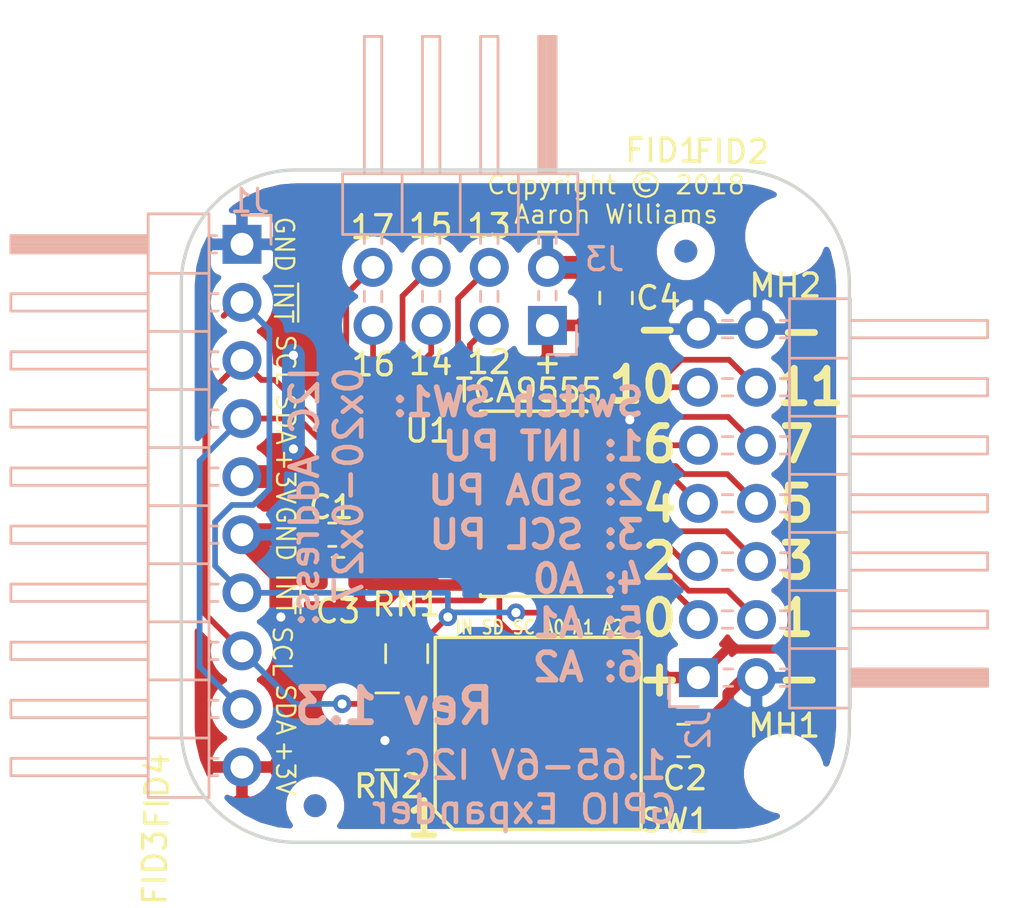
<source format=kicad_pcb>
(kicad_pcb (version 20171130) (host pcbnew 5.0.0-5.0.0)

  (general
    (thickness 1.6)
    (drawings 48)
    (tracks 211)
    (zones 0)
    (modules 17)
    (nets 28)
  )

  (page A4)
  (layers
    (0 F.Cu signal)
    (31 B.Cu signal)
    (32 B.Adhes user)
    (33 F.Adhes user)
    (34 B.Paste user)
    (35 F.Paste user)
    (36 B.SilkS user)
    (37 F.SilkS user)
    (38 B.Mask user)
    (39 F.Mask user)
    (40 Dwgs.User user)
    (41 Cmts.User user)
    (42 Eco1.User user)
    (43 Eco2.User user)
    (44 Edge.Cuts user)
    (45 Margin user)
    (46 B.CrtYd user)
    (47 F.CrtYd user)
    (48 B.Fab user)
    (49 F.Fab user)
  )

  (setup
    (last_trace_width 0.25)
    (user_trace_width 0.25)
    (user_trace_width 0.3)
    (user_trace_width 0.4)
    (user_trace_width 0.5)
    (user_trace_width 1)
    (trace_clearance 0.2)
    (zone_clearance 0.508)
    (zone_45_only yes)
    (trace_min 0.2)
    (segment_width 0.2)
    (edge_width 0.15)
    (via_size 0.8)
    (via_drill 0.4)
    (via_min_size 0.4)
    (via_min_drill 0.3)
    (uvia_size 0.3)
    (uvia_drill 0.1)
    (uvias_allowed no)
    (uvia_min_size 0.2)
    (uvia_min_drill 0.1)
    (pcb_text_width 0.3)
    (pcb_text_size 1.5 1.5)
    (mod_edge_width 0.15)
    (mod_text_size 1 1)
    (mod_text_width 0.15)
    (pad_size 2.5 2.5)
    (pad_drill 2.5)
    (pad_to_mask_clearance 0.0508)
    (aux_axis_origin 0 0)
    (visible_elements FFFFFF7F)
    (pcbplotparams
      (layerselection 0x010fc_ffffffff)
      (usegerberextensions false)
      (usegerberattributes false)
      (usegerberadvancedattributes false)
      (creategerberjobfile false)
      (excludeedgelayer true)
      (linewidth 0.100000)
      (plotframeref false)
      (viasonmask false)
      (mode 1)
      (useauxorigin false)
      (hpglpennumber 1)
      (hpglpenspeed 20)
      (hpglpendiameter 15.000000)
      (psnegative false)
      (psa4output false)
      (plotreference true)
      (plotvalue true)
      (plotinvisibletext false)
      (padsonsilk false)
      (subtractmaskfromsilk false)
      (outputformat 1)
      (mirror false)
      (drillshape 0)
      (scaleselection 1)
      (outputdirectory "Gerbers/"))
  )

  (net 0 "")
  (net 1 GND)
  (net 2 +3V3)
  (net 3 /P00)
  (net 4 /P01)
  (net 5 /P02)
  (net 6 /P03)
  (net 7 /P04)
  (net 8 /P05)
  (net 9 /P06)
  (net 10 /P07)
  (net 11 /P10)
  (net 12 /P11)
  (net 13 /P12)
  (net 14 /P13)
  (net 15 /P14)
  (net 16 /P15)
  (net 17 /P16)
  (net 18 /P17)
  (net 19 /~INT)
  (net 20 /SDA)
  (net 21 /SCL)
  (net 22 /A2)
  (net 23 /A1)
  (net 24 /A0)
  (net 25 /SCL_PU)
  (net 26 /~INT_PU)
  (net 27 /SDA_PU)

  (net_class Default "This is the default net class."
    (clearance 0.2)
    (trace_width 0.25)
    (via_dia 0.8)
    (via_drill 0.4)
    (uvia_dia 0.3)
    (uvia_drill 0.1)
    (add_net /A0)
    (add_net /A1)
    (add_net /A2)
    (add_net /P00)
    (add_net /P01)
    (add_net /P02)
    (add_net /P03)
    (add_net /P04)
    (add_net /P05)
    (add_net /P06)
    (add_net /P07)
    (add_net /P10)
    (add_net /P11)
    (add_net /P12)
    (add_net /P13)
    (add_net /P14)
    (add_net /P15)
    (add_net /P16)
    (add_net /P17)
    (add_net /SCL)
    (add_net /SCL_PU)
    (add_net /SDA)
    (add_net /SDA_PU)
    (add_net /~INT)
    (add_net /~INT_PU)
  )

  (net_class Power ""
    (clearance 0.2)
    (trace_width 0.5)
    (via_dia 0.8)
    (via_drill 0.4)
    (uvia_dia 0.3)
    (uvia_drill 0.1)
    (add_net +3V3)
    (add_net GND)
  )

  (module Package_SO:TSSOP-24_4.4x7.8mm_P0.65mm (layer F.Cu) (tedit 5A02F25C) (tstamp 5BC08C4A)
    (at 146 99.175 180)
    (descr "TSSOP24: plastic thin shrink small outline package; 24 leads; body width 4.4 mm; (see NXP SSOP-TSSOP-VSO-REFLOW.pdf and sot355-1_po.pdf)")
    (tags "SSOP 0.65")
    (path /5BA216B0)
    (attr smd)
    (fp_text reference U1 (at 4.625 3.175 180) (layer F.SilkS)
      (effects (font (size 1 1) (thickness 0.15)))
    )
    (fp_text value TCA9555DBT (at 0 4.95 180) (layer F.Fab)
      (effects (font (size 1 1) (thickness 0.15)))
    )
    (fp_text user %R (at 0 0 180) (layer F.Fab)
      (effects (font (size 0.8 0.8) (thickness 0.15)))
    )
    (fp_line (start -2.325 4.025) (end 2.325 4.025) (layer F.SilkS) (width 0.15))
    (fp_line (start -3.4 -4.075) (end 2.325 -4.075) (layer F.SilkS) (width 0.15))
    (fp_line (start -2.325 4.025) (end -2.325 4) (layer F.SilkS) (width 0.15))
    (fp_line (start 2.325 4.025) (end 2.325 4) (layer F.SilkS) (width 0.15))
    (fp_line (start 2.325 -4.025) (end 2.325 -4) (layer F.SilkS) (width 0.15))
    (fp_line (start -3.65 4.2) (end 3.65 4.2) (layer F.CrtYd) (width 0.05))
    (fp_line (start -3.65 -4.2) (end 3.65 -4.2) (layer F.CrtYd) (width 0.05))
    (fp_line (start 3.65 -4.2) (end 3.65 4.2) (layer F.CrtYd) (width 0.05))
    (fp_line (start -3.65 -4.2) (end -3.65 4.2) (layer F.CrtYd) (width 0.05))
    (fp_line (start -2.2 -2.9) (end -1.2 -3.9) (layer F.Fab) (width 0.15))
    (fp_line (start -2.2 3.9) (end -2.2 -2.9) (layer F.Fab) (width 0.15))
    (fp_line (start 2.2 3.9) (end -2.2 3.9) (layer F.Fab) (width 0.15))
    (fp_line (start 2.2 -3.9) (end 2.2 3.9) (layer F.Fab) (width 0.15))
    (fp_line (start -1.2 -3.9) (end 2.2 -3.9) (layer F.Fab) (width 0.15))
    (pad 24 smd rect (at 2.85 -3.575 180) (size 1.1 0.4) (layers F.Cu F.Paste F.Mask)
      (net 2 +3V3))
    (pad 23 smd rect (at 2.85 -2.925 180) (size 1.1 0.4) (layers F.Cu F.Paste F.Mask)
      (net 20 /SDA))
    (pad 22 smd rect (at 2.85 -2.275 180) (size 1.1 0.4) (layers F.Cu F.Paste F.Mask)
      (net 21 /SCL))
    (pad 21 smd rect (at 2.85 -1.625 180) (size 1.1 0.4) (layers F.Cu F.Paste F.Mask)
      (net 24 /A0))
    (pad 20 smd rect (at 2.85 -0.975 180) (size 1.1 0.4) (layers F.Cu F.Paste F.Mask)
      (net 18 /P17))
    (pad 19 smd rect (at 2.85 -0.325 180) (size 1.1 0.4) (layers F.Cu F.Paste F.Mask)
      (net 17 /P16))
    (pad 18 smd rect (at 2.85 0.325 180) (size 1.1 0.4) (layers F.Cu F.Paste F.Mask)
      (net 16 /P15))
    (pad 17 smd rect (at 2.85 0.975 180) (size 1.1 0.4) (layers F.Cu F.Paste F.Mask)
      (net 15 /P14))
    (pad 16 smd rect (at 2.85 1.625 180) (size 1.1 0.4) (layers F.Cu F.Paste F.Mask)
      (net 14 /P13))
    (pad 15 smd rect (at 2.85 2.275 180) (size 1.1 0.4) (layers F.Cu F.Paste F.Mask)
      (net 13 /P12))
    (pad 14 smd rect (at 2.85 2.925 180) (size 1.1 0.4) (layers F.Cu F.Paste F.Mask)
      (net 12 /P11))
    (pad 13 smd rect (at 2.85 3.575 180) (size 1.1 0.4) (layers F.Cu F.Paste F.Mask)
      (net 11 /P10))
    (pad 12 smd rect (at -2.85 3.575 180) (size 1.1 0.4) (layers F.Cu F.Paste F.Mask)
      (net 1 GND))
    (pad 11 smd rect (at -2.85 2.925 180) (size 1.1 0.4) (layers F.Cu F.Paste F.Mask)
      (net 10 /P07))
    (pad 10 smd rect (at -2.85 2.275 180) (size 1.1 0.4) (layers F.Cu F.Paste F.Mask)
      (net 9 /P06))
    (pad 9 smd rect (at -2.85 1.625 180) (size 1.1 0.4) (layers F.Cu F.Paste F.Mask)
      (net 8 /P05))
    (pad 8 smd rect (at -2.85 0.975 180) (size 1.1 0.4) (layers F.Cu F.Paste F.Mask)
      (net 7 /P04))
    (pad 7 smd rect (at -2.85 0.325 180) (size 1.1 0.4) (layers F.Cu F.Paste F.Mask)
      (net 6 /P03))
    (pad 6 smd rect (at -2.85 -0.325 180) (size 1.1 0.4) (layers F.Cu F.Paste F.Mask)
      (net 5 /P02))
    (pad 5 smd rect (at -2.85 -0.975 180) (size 1.1 0.4) (layers F.Cu F.Paste F.Mask)
      (net 4 /P01))
    (pad 4 smd rect (at -2.85 -1.625 180) (size 1.1 0.4) (layers F.Cu F.Paste F.Mask)
      (net 3 /P00))
    (pad 3 smd rect (at -2.85 -2.275 180) (size 1.1 0.4) (layers F.Cu F.Paste F.Mask)
      (net 22 /A2))
    (pad 2 smd rect (at -2.85 -2.925 180) (size 1.1 0.4) (layers F.Cu F.Paste F.Mask)
      (net 23 /A1))
    (pad 1 smd rect (at -2.85 -3.575 180) (size 1.1 0.4) (layers F.Cu F.Paste F.Mask)
      (net 19 /~INT))
    (model ${KISYS3DMOD}/Package_SO.3dshapes/TSSOP-24_4.4x7.8mm_P0.65mm.wrl
      (at (xyz 0 0 0))
      (scale (xyz 1 1 1))
      (rotate (xyz 0 0 0))
    )
  )

  (module Resistor_SMD:R_Array_Concave_2x0603 (layer F.Cu) (tedit 58E0A851) (tstamp 5BBAE299)
    (at 140.45 105.75 270)
    (descr "Thick Film Chip Resistor Array, Wave soldering, Vishay CRA06P (see cra06p.pdf)")
    (tags "resistor array")
    (path /5BBC208F)
    (attr smd)
    (fp_text reference RN1 (at -2.15 0) (layer F.SilkS)
      (effects (font (size 1 1) (thickness 0.15)))
    )
    (fp_text value R_Pack02 (at 0 1.85 270) (layer F.Fab)
      (effects (font (size 1 1) (thickness 0.15)))
    )
    (fp_line (start 1.55 1.05) (end -1.55 1.05) (layer F.CrtYd) (width 0.05))
    (fp_line (start 1.55 1.05) (end 1.55 -1.05) (layer F.CrtYd) (width 0.05))
    (fp_line (start -1.55 -1.05) (end -1.55 1.05) (layer F.CrtYd) (width 0.05))
    (fp_line (start -1.55 -1.05) (end 1.55 -1.05) (layer F.CrtYd) (width 0.05))
    (fp_line (start 0.4 -0.92) (end -0.4 -0.92) (layer F.SilkS) (width 0.12))
    (fp_line (start 0.4 0.92) (end -0.4 0.92) (layer F.SilkS) (width 0.12))
    (fp_line (start -0.8 0.8) (end -0.8 -0.8) (layer F.Fab) (width 0.1))
    (fp_line (start 0.8 0.8) (end -0.8 0.8) (layer F.Fab) (width 0.1))
    (fp_line (start 0.8 -0.8) (end 0.8 0.8) (layer F.Fab) (width 0.1))
    (fp_line (start -0.8 -0.8) (end 0.8 -0.8) (layer F.Fab) (width 0.1))
    (fp_text user %R (at 0 -1.75 270) (layer F.Fab)
      (effects (font (size 1 1) (thickness 0.15)))
    )
    (pad 4 smd rect (at 0.85 -0.4 270) (size 0.9 0.4) (layers F.Cu F.Paste F.Mask)
      (net 26 /~INT_PU))
    (pad 3 smd rect (at 0.85 0.4 270) (size 0.9 0.4) (layers F.Cu F.Paste F.Mask)
      (net 27 /SDA_PU))
    (pad 2 smd rect (at -0.85 0.4 270) (size 0.9 0.4) (layers F.Cu F.Paste F.Mask)
      (net 20 /SDA))
    (pad 1 smd rect (at -0.85 -0.4 270) (size 0.9 0.4) (layers F.Cu F.Paste F.Mask)
      (net 19 /~INT))
    (model ${KISYS3DMOD}/Resistor_SMD.3dshapes/R_Array_Concave_2x0603.wrl
      (at (xyz 0 0 0))
      (scale (xyz 1 1 1))
      (rotate (xyz 0 0 0))
    )
  )

  (module MountingHole:MountingHole_2.5mm (layer F.Cu) (tedit 56D1B4CB) (tstamp 5BBBA4FD)
    (at 156.95 111)
    (descr "Mounting Hole 2.5mm, no annular")
    (tags "mounting hole 2.5mm no annular")
    (path /5BB8F6EA)
    (attr virtual)
    (fp_text reference MH1 (at 0 -2.1) (layer F.SilkS)
      (effects (font (size 1 1) (thickness 0.15)))
    )
    (fp_text value MountingHole (at 0 3.5) (layer F.Fab)
      (effects (font (size 1 1) (thickness 0.15)))
    )
    (fp_circle (center 0 0) (end 2.75 0) (layer F.CrtYd) (width 0.05))
    (fp_circle (center 0 0) (end 2.5 0) (layer Cmts.User) (width 0.15))
    (fp_text user %R (at 0.3 0) (layer F.Fab)
      (effects (font (size 1 1) (thickness 0.15)))
    )
    (pad 1 np_thru_hole circle (at 0 0) (size 2.5 2.5) (drill 2.5) (layers *.Cu *.Mask))
  )

  (module MountingHole:MountingHole_2.5mm (layer F.Cu) (tedit 56D1B4CB) (tstamp 5BBBA4F5)
    (at 157 87.5)
    (descr "Mounting Hole 2.5mm, no annular")
    (tags "mounting hole 2.5mm no annular")
    (path /5BB8C115)
    (attr virtual)
    (fp_text reference MH2 (at 0 2.15 180) (layer F.SilkS)
      (effects (font (size 1 1) (thickness 0.15)))
    )
    (fp_text value MountingHole (at 0 3.5) (layer F.Fab)
      (effects (font (size 1 1) (thickness 0.15)))
    )
    (fp_circle (center 0 0) (end 2.75 0) (layer F.CrtYd) (width 0.05))
    (fp_circle (center 0 0) (end 2.5 0) (layer Cmts.User) (width 0.15))
    (fp_text user %R (at 0.3 0) (layer F.Fab)
      (effects (font (size 1 1) (thickness 0.15)))
    )
    (pad 1 np_thru_hole circle (at 0 0) (size 2.5 2.5) (drill 2.5) (layers *.Cu *.Mask))
  )

  (module Pin_Headers:Pin_Header_Angled_1x10_Pitch2.54mm (layer B.Cu) (tedit 59650532) (tstamp 5BBAC98E)
    (at 133.25 87.85 180)
    (descr "Through hole angled pin header, 1x10, 2.54mm pitch, 6mm pin length, single row")
    (tags "Through hole angled pin header THT 1x10 2.54mm single row")
    (path /5BB62464)
    (fp_text reference J1 (at -0.35 1.9 180) (layer B.SilkS)
      (effects (font (size 1 1) (thickness 0.15)) (justify mirror))
    )
    (fp_text value Conn_01x10 (at 4.385 -25.13 180) (layer B.Fab)
      (effects (font (size 1 1) (thickness 0.15)) (justify mirror))
    )
    (fp_text user %R (at 2.77 -11.43 90) (layer B.Fab)
      (effects (font (size 1 1) (thickness 0.15)) (justify mirror))
    )
    (fp_line (start 10.55 1.8) (end -1.8 1.8) (layer B.CrtYd) (width 0.05))
    (fp_line (start 10.55 -24.65) (end 10.55 1.8) (layer B.CrtYd) (width 0.05))
    (fp_line (start -1.8 -24.65) (end 10.55 -24.65) (layer B.CrtYd) (width 0.05))
    (fp_line (start -1.8 1.8) (end -1.8 -24.65) (layer B.CrtYd) (width 0.05))
    (fp_line (start -1.27 1.27) (end 0 1.27) (layer B.SilkS) (width 0.12))
    (fp_line (start -1.27 0) (end -1.27 1.27) (layer B.SilkS) (width 0.12))
    (fp_line (start 1.042929 -23.24) (end 1.44 -23.24) (layer B.SilkS) (width 0.12))
    (fp_line (start 1.042929 -22.48) (end 1.44 -22.48) (layer B.SilkS) (width 0.12))
    (fp_line (start 10.1 -23.24) (end 4.1 -23.24) (layer B.SilkS) (width 0.12))
    (fp_line (start 10.1 -22.48) (end 10.1 -23.24) (layer B.SilkS) (width 0.12))
    (fp_line (start 4.1 -22.48) (end 10.1 -22.48) (layer B.SilkS) (width 0.12))
    (fp_line (start 1.44 -21.59) (end 4.1 -21.59) (layer B.SilkS) (width 0.12))
    (fp_line (start 1.042929 -20.7) (end 1.44 -20.7) (layer B.SilkS) (width 0.12))
    (fp_line (start 1.042929 -19.94) (end 1.44 -19.94) (layer B.SilkS) (width 0.12))
    (fp_line (start 10.1 -20.7) (end 4.1 -20.7) (layer B.SilkS) (width 0.12))
    (fp_line (start 10.1 -19.94) (end 10.1 -20.7) (layer B.SilkS) (width 0.12))
    (fp_line (start 4.1 -19.94) (end 10.1 -19.94) (layer B.SilkS) (width 0.12))
    (fp_line (start 1.44 -19.05) (end 4.1 -19.05) (layer B.SilkS) (width 0.12))
    (fp_line (start 1.042929 -18.16) (end 1.44 -18.16) (layer B.SilkS) (width 0.12))
    (fp_line (start 1.042929 -17.4) (end 1.44 -17.4) (layer B.SilkS) (width 0.12))
    (fp_line (start 10.1 -18.16) (end 4.1 -18.16) (layer B.SilkS) (width 0.12))
    (fp_line (start 10.1 -17.4) (end 10.1 -18.16) (layer B.SilkS) (width 0.12))
    (fp_line (start 4.1 -17.4) (end 10.1 -17.4) (layer B.SilkS) (width 0.12))
    (fp_line (start 1.44 -16.51) (end 4.1 -16.51) (layer B.SilkS) (width 0.12))
    (fp_line (start 1.042929 -15.62) (end 1.44 -15.62) (layer B.SilkS) (width 0.12))
    (fp_line (start 1.042929 -14.86) (end 1.44 -14.86) (layer B.SilkS) (width 0.12))
    (fp_line (start 10.1 -15.62) (end 4.1 -15.62) (layer B.SilkS) (width 0.12))
    (fp_line (start 10.1 -14.86) (end 10.1 -15.62) (layer B.SilkS) (width 0.12))
    (fp_line (start 4.1 -14.86) (end 10.1 -14.86) (layer B.SilkS) (width 0.12))
    (fp_line (start 1.44 -13.97) (end 4.1 -13.97) (layer B.SilkS) (width 0.12))
    (fp_line (start 1.042929 -13.08) (end 1.44 -13.08) (layer B.SilkS) (width 0.12))
    (fp_line (start 1.042929 -12.32) (end 1.44 -12.32) (layer B.SilkS) (width 0.12))
    (fp_line (start 10.1 -13.08) (end 4.1 -13.08) (layer B.SilkS) (width 0.12))
    (fp_line (start 10.1 -12.32) (end 10.1 -13.08) (layer B.SilkS) (width 0.12))
    (fp_line (start 4.1 -12.32) (end 10.1 -12.32) (layer B.SilkS) (width 0.12))
    (fp_line (start 1.44 -11.43) (end 4.1 -11.43) (layer B.SilkS) (width 0.12))
    (fp_line (start 1.042929 -10.54) (end 1.44 -10.54) (layer B.SilkS) (width 0.12))
    (fp_line (start 1.042929 -9.78) (end 1.44 -9.78) (layer B.SilkS) (width 0.12))
    (fp_line (start 10.1 -10.54) (end 4.1 -10.54) (layer B.SilkS) (width 0.12))
    (fp_line (start 10.1 -9.78) (end 10.1 -10.54) (layer B.SilkS) (width 0.12))
    (fp_line (start 4.1 -9.78) (end 10.1 -9.78) (layer B.SilkS) (width 0.12))
    (fp_line (start 1.44 -8.89) (end 4.1 -8.89) (layer B.SilkS) (width 0.12))
    (fp_line (start 1.042929 -8) (end 1.44 -8) (layer B.SilkS) (width 0.12))
    (fp_line (start 1.042929 -7.24) (end 1.44 -7.24) (layer B.SilkS) (width 0.12))
    (fp_line (start 10.1 -8) (end 4.1 -8) (layer B.SilkS) (width 0.12))
    (fp_line (start 10.1 -7.24) (end 10.1 -8) (layer B.SilkS) (width 0.12))
    (fp_line (start 4.1 -7.24) (end 10.1 -7.24) (layer B.SilkS) (width 0.12))
    (fp_line (start 1.44 -6.35) (end 4.1 -6.35) (layer B.SilkS) (width 0.12))
    (fp_line (start 1.042929 -5.46) (end 1.44 -5.46) (layer B.SilkS) (width 0.12))
    (fp_line (start 1.042929 -4.7) (end 1.44 -4.7) (layer B.SilkS) (width 0.12))
    (fp_line (start 10.1 -5.46) (end 4.1 -5.46) (layer B.SilkS) (width 0.12))
    (fp_line (start 10.1 -4.7) (end 10.1 -5.46) (layer B.SilkS) (width 0.12))
    (fp_line (start 4.1 -4.7) (end 10.1 -4.7) (layer B.SilkS) (width 0.12))
    (fp_line (start 1.44 -3.81) (end 4.1 -3.81) (layer B.SilkS) (width 0.12))
    (fp_line (start 1.042929 -2.92) (end 1.44 -2.92) (layer B.SilkS) (width 0.12))
    (fp_line (start 1.042929 -2.16) (end 1.44 -2.16) (layer B.SilkS) (width 0.12))
    (fp_line (start 10.1 -2.92) (end 4.1 -2.92) (layer B.SilkS) (width 0.12))
    (fp_line (start 10.1 -2.16) (end 10.1 -2.92) (layer B.SilkS) (width 0.12))
    (fp_line (start 4.1 -2.16) (end 10.1 -2.16) (layer B.SilkS) (width 0.12))
    (fp_line (start 1.44 -1.27) (end 4.1 -1.27) (layer B.SilkS) (width 0.12))
    (fp_line (start 1.11 -0.38) (end 1.44 -0.38) (layer B.SilkS) (width 0.12))
    (fp_line (start 1.11 0.38) (end 1.44 0.38) (layer B.SilkS) (width 0.12))
    (fp_line (start 4.1 -0.28) (end 10.1 -0.28) (layer B.SilkS) (width 0.12))
    (fp_line (start 4.1 -0.16) (end 10.1 -0.16) (layer B.SilkS) (width 0.12))
    (fp_line (start 4.1 -0.04) (end 10.1 -0.04) (layer B.SilkS) (width 0.12))
    (fp_line (start 4.1 0.08) (end 10.1 0.08) (layer B.SilkS) (width 0.12))
    (fp_line (start 4.1 0.2) (end 10.1 0.2) (layer B.SilkS) (width 0.12))
    (fp_line (start 4.1 0.32) (end 10.1 0.32) (layer B.SilkS) (width 0.12))
    (fp_line (start 10.1 -0.38) (end 4.1 -0.38) (layer B.SilkS) (width 0.12))
    (fp_line (start 10.1 0.38) (end 10.1 -0.38) (layer B.SilkS) (width 0.12))
    (fp_line (start 4.1 0.38) (end 10.1 0.38) (layer B.SilkS) (width 0.12))
    (fp_line (start 4.1 1.33) (end 1.44 1.33) (layer B.SilkS) (width 0.12))
    (fp_line (start 4.1 -24.19) (end 4.1 1.33) (layer B.SilkS) (width 0.12))
    (fp_line (start 1.44 -24.19) (end 4.1 -24.19) (layer B.SilkS) (width 0.12))
    (fp_line (start 1.44 1.33) (end 1.44 -24.19) (layer B.SilkS) (width 0.12))
    (fp_line (start 4.04 -23.18) (end 10.04 -23.18) (layer B.Fab) (width 0.1))
    (fp_line (start 10.04 -22.54) (end 10.04 -23.18) (layer B.Fab) (width 0.1))
    (fp_line (start 4.04 -22.54) (end 10.04 -22.54) (layer B.Fab) (width 0.1))
    (fp_line (start -0.32 -23.18) (end 1.5 -23.18) (layer B.Fab) (width 0.1))
    (fp_line (start -0.32 -22.54) (end -0.32 -23.18) (layer B.Fab) (width 0.1))
    (fp_line (start -0.32 -22.54) (end 1.5 -22.54) (layer B.Fab) (width 0.1))
    (fp_line (start 4.04 -20.64) (end 10.04 -20.64) (layer B.Fab) (width 0.1))
    (fp_line (start 10.04 -20) (end 10.04 -20.64) (layer B.Fab) (width 0.1))
    (fp_line (start 4.04 -20) (end 10.04 -20) (layer B.Fab) (width 0.1))
    (fp_line (start -0.32 -20.64) (end 1.5 -20.64) (layer B.Fab) (width 0.1))
    (fp_line (start -0.32 -20) (end -0.32 -20.64) (layer B.Fab) (width 0.1))
    (fp_line (start -0.32 -20) (end 1.5 -20) (layer B.Fab) (width 0.1))
    (fp_line (start 4.04 -18.1) (end 10.04 -18.1) (layer B.Fab) (width 0.1))
    (fp_line (start 10.04 -17.46) (end 10.04 -18.1) (layer B.Fab) (width 0.1))
    (fp_line (start 4.04 -17.46) (end 10.04 -17.46) (layer B.Fab) (width 0.1))
    (fp_line (start -0.32 -18.1) (end 1.5 -18.1) (layer B.Fab) (width 0.1))
    (fp_line (start -0.32 -17.46) (end -0.32 -18.1) (layer B.Fab) (width 0.1))
    (fp_line (start -0.32 -17.46) (end 1.5 -17.46) (layer B.Fab) (width 0.1))
    (fp_line (start 4.04 -15.56) (end 10.04 -15.56) (layer B.Fab) (width 0.1))
    (fp_line (start 10.04 -14.92) (end 10.04 -15.56) (layer B.Fab) (width 0.1))
    (fp_line (start 4.04 -14.92) (end 10.04 -14.92) (layer B.Fab) (width 0.1))
    (fp_line (start -0.32 -15.56) (end 1.5 -15.56) (layer B.Fab) (width 0.1))
    (fp_line (start -0.32 -14.92) (end -0.32 -15.56) (layer B.Fab) (width 0.1))
    (fp_line (start -0.32 -14.92) (end 1.5 -14.92) (layer B.Fab) (width 0.1))
    (fp_line (start 4.04 -13.02) (end 10.04 -13.02) (layer B.Fab) (width 0.1))
    (fp_line (start 10.04 -12.38) (end 10.04 -13.02) (layer B.Fab) (width 0.1))
    (fp_line (start 4.04 -12.38) (end 10.04 -12.38) (layer B.Fab) (width 0.1))
    (fp_line (start -0.32 -13.02) (end 1.5 -13.02) (layer B.Fab) (width 0.1))
    (fp_line (start -0.32 -12.38) (end -0.32 -13.02) (layer B.Fab) (width 0.1))
    (fp_line (start -0.32 -12.38) (end 1.5 -12.38) (layer B.Fab) (width 0.1))
    (fp_line (start 4.04 -10.48) (end 10.04 -10.48) (layer B.Fab) (width 0.1))
    (fp_line (start 10.04 -9.84) (end 10.04 -10.48) (layer B.Fab) (width 0.1))
    (fp_line (start 4.04 -9.84) (end 10.04 -9.84) (layer B.Fab) (width 0.1))
    (fp_line (start -0.32 -10.48) (end 1.5 -10.48) (layer B.Fab) (width 0.1))
    (fp_line (start -0.32 -9.84) (end -0.32 -10.48) (layer B.Fab) (width 0.1))
    (fp_line (start -0.32 -9.84) (end 1.5 -9.84) (layer B.Fab) (width 0.1))
    (fp_line (start 4.04 -7.94) (end 10.04 -7.94) (layer B.Fab) (width 0.1))
    (fp_line (start 10.04 -7.3) (end 10.04 -7.94) (layer B.Fab) (width 0.1))
    (fp_line (start 4.04 -7.3) (end 10.04 -7.3) (layer B.Fab) (width 0.1))
    (fp_line (start -0.32 -7.94) (end 1.5 -7.94) (layer B.Fab) (width 0.1))
    (fp_line (start -0.32 -7.3) (end -0.32 -7.94) (layer B.Fab) (width 0.1))
    (fp_line (start -0.32 -7.3) (end 1.5 -7.3) (layer B.Fab) (width 0.1))
    (fp_line (start 4.04 -5.4) (end 10.04 -5.4) (layer B.Fab) (width 0.1))
    (fp_line (start 10.04 -4.76) (end 10.04 -5.4) (layer B.Fab) (width 0.1))
    (fp_line (start 4.04 -4.76) (end 10.04 -4.76) (layer B.Fab) (width 0.1))
    (fp_line (start -0.32 -5.4) (end 1.5 -5.4) (layer B.Fab) (width 0.1))
    (fp_line (start -0.32 -4.76) (end -0.32 -5.4) (layer B.Fab) (width 0.1))
    (fp_line (start -0.32 -4.76) (end 1.5 -4.76) (layer B.Fab) (width 0.1))
    (fp_line (start 4.04 -2.86) (end 10.04 -2.86) (layer B.Fab) (width 0.1))
    (fp_line (start 10.04 -2.22) (end 10.04 -2.86) (layer B.Fab) (width 0.1))
    (fp_line (start 4.04 -2.22) (end 10.04 -2.22) (layer B.Fab) (width 0.1))
    (fp_line (start -0.32 -2.86) (end 1.5 -2.86) (layer B.Fab) (width 0.1))
    (fp_line (start -0.32 -2.22) (end -0.32 -2.86) (layer B.Fab) (width 0.1))
    (fp_line (start -0.32 -2.22) (end 1.5 -2.22) (layer B.Fab) (width 0.1))
    (fp_line (start 4.04 -0.32) (end 10.04 -0.32) (layer B.Fab) (width 0.1))
    (fp_line (start 10.04 0.32) (end 10.04 -0.32) (layer B.Fab) (width 0.1))
    (fp_line (start 4.04 0.32) (end 10.04 0.32) (layer B.Fab) (width 0.1))
    (fp_line (start -0.32 -0.32) (end 1.5 -0.32) (layer B.Fab) (width 0.1))
    (fp_line (start -0.32 0.32) (end -0.32 -0.32) (layer B.Fab) (width 0.1))
    (fp_line (start -0.32 0.32) (end 1.5 0.32) (layer B.Fab) (width 0.1))
    (fp_line (start 1.5 0.635) (end 2.135 1.27) (layer B.Fab) (width 0.1))
    (fp_line (start 1.5 -24.13) (end 1.5 0.635) (layer B.Fab) (width 0.1))
    (fp_line (start 4.04 -24.13) (end 1.5 -24.13) (layer B.Fab) (width 0.1))
    (fp_line (start 4.04 1.27) (end 4.04 -24.13) (layer B.Fab) (width 0.1))
    (fp_line (start 2.135 1.27) (end 4.04 1.27) (layer B.Fab) (width 0.1))
    (pad 10 thru_hole oval (at 0 -22.86 180) (size 1.7 1.7) (drill 1) (layers *.Cu *.Mask)
      (net 2 +3V3))
    (pad 9 thru_hole oval (at 0 -20.32 180) (size 1.7 1.7) (drill 1) (layers *.Cu *.Mask)
      (net 20 /SDA))
    (pad 8 thru_hole oval (at 0 -17.78 180) (size 1.7 1.7) (drill 1) (layers *.Cu *.Mask)
      (net 21 /SCL))
    (pad 7 thru_hole oval (at 0 -15.24 180) (size 1.7 1.7) (drill 1) (layers *.Cu *.Mask)
      (net 19 /~INT))
    (pad 6 thru_hole oval (at 0 -12.7 180) (size 1.7 1.7) (drill 1) (layers *.Cu *.Mask)
      (net 1 GND))
    (pad 5 thru_hole oval (at 0 -10.16 180) (size 1.7 1.7) (drill 1) (layers *.Cu *.Mask)
      (net 2 +3V3))
    (pad 4 thru_hole oval (at 0 -7.62 180) (size 1.7 1.7) (drill 1) (layers *.Cu *.Mask)
      (net 20 /SDA))
    (pad 3 thru_hole oval (at 0 -5.08 180) (size 1.7 1.7) (drill 1) (layers *.Cu *.Mask)
      (net 21 /SCL))
    (pad 2 thru_hole oval (at 0 -2.54 180) (size 1.7 1.7) (drill 1) (layers *.Cu *.Mask)
      (net 19 /~INT))
    (pad 1 thru_hole rect (at 0 0 180) (size 1.7 1.7) (drill 1) (layers *.Cu *.Mask)
      (net 1 GND))
    (model ${KIGIT3DMOD}/Pin_Headers.3dshapes/Pin_Header_Angled_1x10_Pitch2.54mm.wrl
      (at (xyz 0 0 0))
      (scale (xyz 1 1 1))
      (rotate (xyz 0 0 0))
    )
  )

  (module Fiducial:Fiducial_1mm_Dia_2.54mm_Outer_CopperTop (layer F.Cu) (tedit 0) (tstamp 5BBBC520)
    (at 136.45 112.4)
    (descr "Circular Fiducial, 1mm bare copper top; 2.54mm keepout")
    (tags marker)
    (path /5BB61F40)
    (attr virtual)
    (fp_text reference FID4 (at -6.9 -0.65 90) (layer F.SilkS)
      (effects (font (size 1 1) (thickness 0.15)))
    )
    (fp_text value FIDUCIAL_1MM (at 0 -1.8) (layer F.Fab)
      (effects (font (size 1 1) (thickness 0.15)))
    )
    (fp_circle (center 0 0) (end 1.55 0) (layer F.CrtYd) (width 0.05))
    (pad ~ smd circle (at 0 0) (size 1 1) (layers F.Cu F.Mask)
      (solder_mask_margin 0.77) (clearance 0.77))
  )

  (module Fiducial:Fiducial_1mm_Dia_2.54mm_Outer_CopperBottom (layer F.Cu) (tedit 0) (tstamp 5BB7A221)
    (at 136.45 112.4)
    (descr "Circular Fiducial, 1mm bare copper bottom; 2.54mm keepout")
    (tags marker)
    (path /5BB61DDE)
    (attr virtual)
    (fp_text reference FID3 (at -7 2.7 90) (layer F.SilkS)
      (effects (font (size 1 1) (thickness 0.15)))
    )
    (fp_text value FIDUCIAL_1MM (at 0 -1.8) (layer F.Fab)
      (effects (font (size 1 1) (thickness 0.15)))
    )
    (fp_circle (center 0 0) (end 1.55 0) (layer B.CrtYd) (width 0.05))
    (pad ~ smd circle (at 0 0) (size 1 1) (layers B.Cu B.Mask)
      (solder_mask_margin 0.77) (clearance 0.77))
  )

  (module Fiducial:Fiducial_1mm_Dia_2.54mm_Outer_CopperBottom (layer F.Cu) (tedit 0) (tstamp 5BB772EE)
    (at 152.65 88.15)
    (descr "Circular Fiducial, 1mm bare copper bottom; 2.54mm keepout")
    (tags marker)
    (path /5BB5BD3A)
    (attr virtual)
    (fp_text reference FID2 (at 2 -4.35) (layer F.SilkS)
      (effects (font (size 1 1) (thickness 0.15)))
    )
    (fp_text value FIDUCIAL_1MM (at 0 -1.8) (layer F.Fab)
      (effects (font (size 1 1) (thickness 0.15)))
    )
    (fp_circle (center 0 0) (end 1.55 0) (layer B.CrtYd) (width 0.05))
    (pad ~ smd circle (at 0 0) (size 1 1) (layers B.Cu B.Mask)
      (solder_mask_margin 0.77) (clearance 0.77))
  )

  (module Fiducial:Fiducial_1mm_Dia_2.54mm_Outer_CopperTop (layer F.Cu) (tedit 0) (tstamp 5BB772E9)
    (at 152.65 88.15)
    (descr "Circular Fiducial, 1mm bare copper top; 2.54mm keepout")
    (tags marker)
    (path /5BB5BAAB)
    (attr virtual)
    (fp_text reference FID1 (at -1 -4.4) (layer F.SilkS)
      (effects (font (size 1 1) (thickness 0.15)))
    )
    (fp_text value FIDUCIAL_1MM (at 0 -1.8) (layer F.Fab)
      (effects (font (size 1 1) (thickness 0.15)))
    )
    (fp_circle (center 0 0) (end 1.55 0) (layer F.CrtYd) (width 0.05))
    (pad ~ smd circle (at 0 0) (size 1 1) (layers F.Cu F.Mask)
      (solder_mask_margin 0.77) (clearance 0.77))
  )

  (module Aaron:SW_DIP_SPSTx06_Slide_GrayHill_97C06_W4.5mm_P1.27mm (layer F.Cu) (tedit 5BBA810F) (tstamp 5BB40264)
    (at 146.195 109.24)
    (descr http://www.grayhill.com/assets/1/7/DIP_Series_97.pdf)
    (tags "dip switch GrayHill")
    (path /5BC21FF9)
    (attr smd)
    (fp_text reference SW1 (at 6.005 3.81 180) (layer F.SilkS)
      (effects (font (size 1 1) (thickness 0.15)))
    )
    (fp_text value SW_DIP_x06 (at 0 0) (layer F.Fab)
      (effects (font (size 1 1) (thickness 0.15)))
    )
    (fp_line (start -3.7 4.2) (end -4.5 3.4) (layer F.SilkS) (width 0.15))
    (fp_line (start -4.5 3.4) (end -4.5 -4.2) (layer F.SilkS) (width 0.15))
    (fp_line (start -4.5 -4.2) (end 4.5 -4.2) (layer F.SilkS) (width 0.15))
    (fp_line (start 4.5 -4.2) (end 4.5 4.2) (layer F.SilkS) (width 0.15))
    (fp_line (start 4.5 4.2) (end -3.7 4.2) (layer F.SilkS) (width 0.15))
    (fp_line (start -4.65 -4.35) (end 4.65 -4.35) (layer F.CrtYd) (width 0.05))
    (fp_line (start 4.65 -4.35) (end 4.65 4.35) (layer F.CrtYd) (width 0.05))
    (fp_line (start 4.65 4.35) (end -4.65 4.35) (layer F.CrtYd) (width 0.05))
    (fp_line (start -4.65 4.35) (end -4.65 -4.35) (layer F.CrtYd) (width 0.05))
    (fp_line (start -4.4 -2.25) (end 4.4 -2.25) (layer F.Fab) (width 0.12))
    (fp_line (start 4.4 -2.25) (end 4.4 2.25) (layer F.Fab) (width 0.12))
    (fp_line (start 4.4 2.25) (end -4.4 2.25) (layer F.Fab) (width 0.12))
    (fp_line (start -4.4 2.25) (end -4.4 -2.25) (layer F.Fab) (width 0.12))
    (pad 12 smd rect (at -3.175 -3.075) (size 0.76 1.25) (layers F.Cu F.Paste F.Mask)
      (net 26 /~INT_PU))
    (pad 1 smd rect (at -3.175 3.075) (size 0.76 1.25) (layers F.Cu F.Paste F.Mask)
      (net 2 +3V3))
    (pad 11 smd rect (at -1.905 -3.075) (size 0.76 1.25) (layers F.Cu F.Paste F.Mask)
      (net 27 /SDA_PU))
    (pad 2 smd rect (at -1.905 3.075) (size 0.76 1.25) (layers F.Cu F.Paste F.Mask)
      (net 2 +3V3))
    (pad 10 smd rect (at -0.635 -3.075) (size 0.76 1.25) (layers F.Cu F.Paste F.Mask)
      (net 25 /SCL_PU))
    (pad 3 smd rect (at -0.635 3.075) (size 0.76 1.25) (layers F.Cu F.Paste F.Mask)
      (net 2 +3V3))
    (pad 9 smd rect (at 0.635 -3.075) (size 0.76 1.25) (layers F.Cu F.Paste F.Mask)
      (net 24 /A0))
    (pad 4 smd rect (at 0.635 3.075) (size 0.76 1.25) (layers F.Cu F.Paste F.Mask)
      (net 2 +3V3))
    (pad 8 smd rect (at 1.905 -3.075) (size 0.76 1.25) (layers F.Cu F.Paste F.Mask)
      (net 23 /A1))
    (pad 5 smd rect (at 1.905 3.075) (size 0.76 1.25) (layers F.Cu F.Paste F.Mask)
      (net 2 +3V3))
    (pad 7 smd rect (at 3.175 -3.075) (size 0.76 1.25) (layers F.Cu F.Paste F.Mask)
      (net 22 /A2))
    (pad 6 smd rect (at 3.175 3.075) (size 0.76 1.25) (layers F.Cu F.Paste F.Mask)
      (net 2 +3V3))
    (model /home/aaronw/kicad/library/aaron/packages3d/97C06SRT--3DModel-STEP-56544.STEP
      (at (xyz 0 0 0))
      (scale (xyz 1 1 1))
      (rotate (xyz -90 0 0))
    )
  )

  (module Capacitor_SMD:C_0805_2012Metric (layer F.Cu) (tedit 5B36C52B) (tstamp 5BB85487)
    (at 149.6 90.2 90)
    (descr "Capacitor SMD 0805 (2012 Metric), square (rectangular) end terminal, IPC_7351 nominal, (Body size source: https://docs.google.com/spreadsheets/d/1BsfQQcO9C6DZCsRaXUlFlo91Tg2WpOkGARC1WS5S8t0/edit?usp=sharing), generated with kicad-footprint-generator")
    (tags capacitor)
    (path /5B9CF5D7)
    (attr smd)
    (fp_text reference C4 (at 0 1.85 180) (layer F.SilkS)
      (effects (font (size 1 1) (thickness 0.15)))
    )
    (fp_text value 10uF (at 0 1.65 90) (layer F.Fab)
      (effects (font (size 1 1) (thickness 0.15)))
    )
    (fp_text user %R (at 0 0 90) (layer F.Fab)
      (effects (font (size 0.5 0.5) (thickness 0.08)))
    )
    (fp_line (start 1.68 0.95) (end -1.68 0.95) (layer F.CrtYd) (width 0.05))
    (fp_line (start 1.68 -0.95) (end 1.68 0.95) (layer F.CrtYd) (width 0.05))
    (fp_line (start -1.68 -0.95) (end 1.68 -0.95) (layer F.CrtYd) (width 0.05))
    (fp_line (start -1.68 0.95) (end -1.68 -0.95) (layer F.CrtYd) (width 0.05))
    (fp_line (start -0.258578 0.71) (end 0.258578 0.71) (layer F.SilkS) (width 0.12))
    (fp_line (start -0.258578 -0.71) (end 0.258578 -0.71) (layer F.SilkS) (width 0.12))
    (fp_line (start 1 0.6) (end -1 0.6) (layer F.Fab) (width 0.1))
    (fp_line (start 1 -0.6) (end 1 0.6) (layer F.Fab) (width 0.1))
    (fp_line (start -1 -0.6) (end 1 -0.6) (layer F.Fab) (width 0.1))
    (fp_line (start -1 0.6) (end -1 -0.6) (layer F.Fab) (width 0.1))
    (pad 2 smd roundrect (at 0.9375 0 90) (size 0.975 1.4) (layers F.Cu F.Paste F.Mask) (roundrect_rratio 0.25)
      (net 1 GND))
    (pad 1 smd roundrect (at -0.9375 0 90) (size 0.975 1.4) (layers F.Cu F.Paste F.Mask) (roundrect_rratio 0.25)
      (net 2 +3V3))
    (model ${KISYS3DMOD}/Capacitor_SMD.3dshapes/C_0805_2012Metric.wrl
      (at (xyz 0 0 0))
      (scale (xyz 1 1 1))
      (rotate (xyz 0 0 0))
    )
  )

  (module Capacitor_SMD:C_0805_2012Metric (layer F.Cu) (tedit 5B36C52B) (tstamp 5BB856E3)
    (at 137.45 102.25 180)
    (descr "Capacitor SMD 0805 (2012 Metric), square (rectangular) end terminal, IPC_7351 nominal, (Body size source: https://docs.google.com/spreadsheets/d/1BsfQQcO9C6DZCsRaXUlFlo91Tg2WpOkGARC1WS5S8t0/edit?usp=sharing), generated with kicad-footprint-generator")
    (tags capacitor)
    (path /5BA58868)
    (attr smd)
    (fp_text reference C3 (at 0 -1.65 180) (layer F.SilkS)
      (effects (font (size 1 1) (thickness 0.15)))
    )
    (fp_text value 10uF (at 0 1.65 180) (layer F.Fab)
      (effects (font (size 1 1) (thickness 0.15)))
    )
    (fp_text user %R (at 0 0 180) (layer F.Fab)
      (effects (font (size 0.5 0.5) (thickness 0.08)))
    )
    (fp_line (start 1.68 0.95) (end -1.68 0.95) (layer F.CrtYd) (width 0.05))
    (fp_line (start 1.68 -0.95) (end 1.68 0.95) (layer F.CrtYd) (width 0.05))
    (fp_line (start -1.68 -0.95) (end 1.68 -0.95) (layer F.CrtYd) (width 0.05))
    (fp_line (start -1.68 0.95) (end -1.68 -0.95) (layer F.CrtYd) (width 0.05))
    (fp_line (start -0.258578 0.71) (end 0.258578 0.71) (layer F.SilkS) (width 0.12))
    (fp_line (start -0.258578 -0.71) (end 0.258578 -0.71) (layer F.SilkS) (width 0.12))
    (fp_line (start 1 0.6) (end -1 0.6) (layer F.Fab) (width 0.1))
    (fp_line (start 1 -0.6) (end 1 0.6) (layer F.Fab) (width 0.1))
    (fp_line (start -1 -0.6) (end 1 -0.6) (layer F.Fab) (width 0.1))
    (fp_line (start -1 0.6) (end -1 -0.6) (layer F.Fab) (width 0.1))
    (pad 2 smd roundrect (at 0.9375 0 180) (size 0.975 1.4) (layers F.Cu F.Paste F.Mask) (roundrect_rratio 0.25)
      (net 1 GND))
    (pad 1 smd roundrect (at -0.9375 0 180) (size 0.975 1.4) (layers F.Cu F.Paste F.Mask) (roundrect_rratio 0.25)
      (net 2 +3V3))
    (model ${KISYS3DMOD}/Capacitor_SMD.3dshapes/C_0805_2012Metric.wrl
      (at (xyz 0 0 0))
      (scale (xyz 1 1 1))
      (rotate (xyz 0 0 0))
    )
  )

  (module Capacitor_SMD:C_0603_1608Metric (layer F.Cu) (tedit 5B301BBE) (tstamp 5BB8237C)
    (at 137.2 100.55 180)
    (descr "Capacitor SMD 0603 (1608 Metric), square (rectangular) end terminal, IPC_7351 nominal, (Body size source: http://www.tortai-tech.com/upload/download/2011102023233369053.pdf), generated with kicad-footprint-generator")
    (tags capacitor)
    (path /5BA22761)
    (attr smd)
    (fp_text reference C1 (at 0.05 1.2 180) (layer F.SilkS)
      (effects (font (size 1 1) (thickness 0.15)))
    )
    (fp_text value 1uF (at 0 1.43 180) (layer F.Fab)
      (effects (font (size 1 1) (thickness 0.15)))
    )
    (fp_text user %R (at 0 0 180) (layer F.Fab)
      (effects (font (size 0.4 0.4) (thickness 0.06)))
    )
    (fp_line (start 1.48 0.73) (end -1.48 0.73) (layer F.CrtYd) (width 0.05))
    (fp_line (start 1.48 -0.73) (end 1.48 0.73) (layer F.CrtYd) (width 0.05))
    (fp_line (start -1.48 -0.73) (end 1.48 -0.73) (layer F.CrtYd) (width 0.05))
    (fp_line (start -1.48 0.73) (end -1.48 -0.73) (layer F.CrtYd) (width 0.05))
    (fp_line (start -0.162779 0.51) (end 0.162779 0.51) (layer F.SilkS) (width 0.12))
    (fp_line (start -0.162779 -0.51) (end 0.162779 -0.51) (layer F.SilkS) (width 0.12))
    (fp_line (start 0.8 0.4) (end -0.8 0.4) (layer F.Fab) (width 0.1))
    (fp_line (start 0.8 -0.4) (end 0.8 0.4) (layer F.Fab) (width 0.1))
    (fp_line (start -0.8 -0.4) (end 0.8 -0.4) (layer F.Fab) (width 0.1))
    (fp_line (start -0.8 0.4) (end -0.8 -0.4) (layer F.Fab) (width 0.1))
    (pad 2 smd roundrect (at 0.7875 0 180) (size 0.875 0.95) (layers F.Cu F.Paste F.Mask) (roundrect_rratio 0.25)
      (net 1 GND))
    (pad 1 smd roundrect (at -0.7875 0 180) (size 0.875 0.95) (layers F.Cu F.Paste F.Mask) (roundrect_rratio 0.25)
      (net 2 +3V3))
    (model ${KISYS3DMOD}/Capacitor_SMD.3dshapes/C_0603_1608Metric.wrl
      (at (xyz 0 0 0))
      (scale (xyz 1 1 1))
      (rotate (xyz 0 0 0))
    )
  )

  (module Capacitor_SMD:C_0805_2012Metric (layer F.Cu) (tedit 5B36C52B) (tstamp 5BB7435E)
    (at 152.55 109.55)
    (descr "Capacitor SMD 0805 (2012 Metric), square (rectangular) end terminal, IPC_7351 nominal, (Body size source: https://docs.google.com/spreadsheets/d/1BsfQQcO9C6DZCsRaXUlFlo91Tg2WpOkGARC1WS5S8t0/edit?usp=sharing), generated with kicad-footprint-generator")
    (tags capacitor)
    (path /5BA227B1)
    (attr smd)
    (fp_text reference C2 (at 0.0625 1.65) (layer F.SilkS)
      (effects (font (size 1 1) (thickness 0.15)))
    )
    (fp_text value 10uF (at 0 1.65) (layer F.Fab)
      (effects (font (size 1 1) (thickness 0.15)))
    )
    (fp_text user %R (at 0 0) (layer F.Fab)
      (effects (font (size 0.5 0.5) (thickness 0.08)))
    )
    (fp_line (start 1.68 0.95) (end -1.68 0.95) (layer F.CrtYd) (width 0.05))
    (fp_line (start 1.68 -0.95) (end 1.68 0.95) (layer F.CrtYd) (width 0.05))
    (fp_line (start -1.68 -0.95) (end 1.68 -0.95) (layer F.CrtYd) (width 0.05))
    (fp_line (start -1.68 0.95) (end -1.68 -0.95) (layer F.CrtYd) (width 0.05))
    (fp_line (start -0.258578 0.71) (end 0.258578 0.71) (layer F.SilkS) (width 0.12))
    (fp_line (start -0.258578 -0.71) (end 0.258578 -0.71) (layer F.SilkS) (width 0.12))
    (fp_line (start 1 0.6) (end -1 0.6) (layer F.Fab) (width 0.1))
    (fp_line (start 1 -0.6) (end 1 0.6) (layer F.Fab) (width 0.1))
    (fp_line (start -1 -0.6) (end 1 -0.6) (layer F.Fab) (width 0.1))
    (fp_line (start -1 0.6) (end -1 -0.6) (layer F.Fab) (width 0.1))
    (pad 2 smd roundrect (at 0.9375 0) (size 0.975 1.4) (layers F.Cu F.Paste F.Mask) (roundrect_rratio 0.25)
      (net 1 GND))
    (pad 1 smd roundrect (at -0.9375 0) (size 0.975 1.4) (layers F.Cu F.Paste F.Mask) (roundrect_rratio 0.25)
      (net 2 +3V3))
    (model ${KISYS3DMOD}/Capacitor_SMD.3dshapes/C_0805_2012Metric.wrl
      (at (xyz 0 0 0))
      (scale (xyz 1 1 1))
      (rotate (xyz 0 0 0))
    )
  )

  (module Resistor_SMD:R_Array_Convex_4x0603 (layer F.Cu) (tedit 58E0A8B2) (tstamp 5BB30755)
    (at 139.6 109.15 180)
    (descr "Chip Resistor Network, ROHM MNR14 (see mnr_g.pdf)")
    (tags "resistor array")
    (path /5BA42F5D)
    (attr smd)
    (fp_text reference RN2 (at -0.05 -2.4 180) (layer F.SilkS)
      (effects (font (size 1 1) (thickness 0.15)))
    )
    (fp_text value 10k (at 0 2.8 180) (layer F.Fab)
      (effects (font (size 1 1) (thickness 0.15)))
    )
    (fp_line (start 1.55 1.85) (end -1.55 1.85) (layer F.CrtYd) (width 0.05))
    (fp_line (start 1.55 1.85) (end 1.55 -1.85) (layer F.CrtYd) (width 0.05))
    (fp_line (start -1.55 -1.85) (end -1.55 1.85) (layer F.CrtYd) (width 0.05))
    (fp_line (start -1.55 -1.85) (end 1.55 -1.85) (layer F.CrtYd) (width 0.05))
    (fp_line (start 0.5 -1.68) (end -0.5 -1.68) (layer F.SilkS) (width 0.12))
    (fp_line (start 0.5 1.68) (end -0.5 1.68) (layer F.SilkS) (width 0.12))
    (fp_line (start -0.8 1.6) (end -0.8 -1.6) (layer F.Fab) (width 0.1))
    (fp_line (start 0.8 1.6) (end -0.8 1.6) (layer F.Fab) (width 0.1))
    (fp_line (start 0.8 -1.6) (end 0.8 1.6) (layer F.Fab) (width 0.1))
    (fp_line (start -0.8 -1.6) (end 0.8 -1.6) (layer F.Fab) (width 0.1))
    (fp_text user %R (at 0 0 270) (layer F.Fab)
      (effects (font (size 0.5 0.5) (thickness 0.075)))
    )
    (pad 5 smd rect (at 0.9 1.2 180) (size 0.8 0.5) (layers F.Cu F.Paste F.Mask)
      (net 21 /SCL))
    (pad 6 smd rect (at 0.9 0.4 180) (size 0.8 0.4) (layers F.Cu F.Paste F.Mask)
      (net 1 GND))
    (pad 8 smd rect (at 0.9 -1.2 180) (size 0.8 0.5) (layers F.Cu F.Paste F.Mask)
      (net 1 GND))
    (pad 7 smd rect (at 0.9 -0.4 180) (size 0.8 0.4) (layers F.Cu F.Paste F.Mask)
      (net 1 GND))
    (pad 4 smd rect (at -0.9 1.2 180) (size 0.8 0.5) (layers F.Cu F.Paste F.Mask)
      (net 25 /SCL_PU))
    (pad 2 smd rect (at -0.9 -0.4 180) (size 0.8 0.4) (layers F.Cu F.Paste F.Mask)
      (net 23 /A1))
    (pad 3 smd rect (at -0.9 0.4 180) (size 0.8 0.4) (layers F.Cu F.Paste F.Mask)
      (net 24 /A0))
    (pad 1 smd rect (at -0.9 -1.2 180) (size 0.8 0.5) (layers F.Cu F.Paste F.Mask)
      (net 22 /A2))
    (model ${KISYS3DMOD}/Resistor_SMD.3dshapes/R_Array_Convex_4x0603.wrl
      (at (xyz 0 0 0))
      (scale (xyz 1 1 1))
      (rotate (xyz 0 0 0))
    )
  )

  (module Pin_Headers:Pin_Header_Angled_2x07_Pitch2.54mm (layer B.Cu) (tedit 59650532) (tstamp 5B9B9A22)
    (at 153.2 106.8)
    (descr "Through hole angled pin header, 2x07, 2.54mm pitch, 6mm pin length, double rows")
    (tags "Through hole angled pin header THT 2x07 2.54mm double row")
    (path /5BA2332C)
    (fp_text reference J2 (at 0 2.3 90) (layer B.SilkS)
      (effects (font (size 1 1) (thickness 0.15)) (justify mirror))
    )
    (fp_text value Conn_02x07_Odd_Even (at 5.655 -17.51) (layer B.Fab)
      (effects (font (size 1 1) (thickness 0.15)) (justify mirror))
    )
    (fp_text user %R (at 5.31 -7.62 -90) (layer B.Fab)
      (effects (font (size 1 1) (thickness 0.15)) (justify mirror))
    )
    (fp_line (start 13.1 1.8) (end -1.8 1.8) (layer B.CrtYd) (width 0.05))
    (fp_line (start 13.1 -17.05) (end 13.1 1.8) (layer B.CrtYd) (width 0.05))
    (fp_line (start -1.8 -17.05) (end 13.1 -17.05) (layer B.CrtYd) (width 0.05))
    (fp_line (start -1.8 1.8) (end -1.8 -17.05) (layer B.CrtYd) (width 0.05))
    (fp_line (start -1.27 1.27) (end 0 1.27) (layer B.SilkS) (width 0.12))
    (fp_line (start -1.27 0) (end -1.27 1.27) (layer B.SilkS) (width 0.12))
    (fp_line (start 1.042929 -15.62) (end 1.497071 -15.62) (layer B.SilkS) (width 0.12))
    (fp_line (start 1.042929 -14.86) (end 1.497071 -14.86) (layer B.SilkS) (width 0.12))
    (fp_line (start 3.582929 -15.62) (end 3.98 -15.62) (layer B.SilkS) (width 0.12))
    (fp_line (start 3.582929 -14.86) (end 3.98 -14.86) (layer B.SilkS) (width 0.12))
    (fp_line (start 12.64 -15.62) (end 6.64 -15.62) (layer B.SilkS) (width 0.12))
    (fp_line (start 12.64 -14.86) (end 12.64 -15.62) (layer B.SilkS) (width 0.12))
    (fp_line (start 6.64 -14.86) (end 12.64 -14.86) (layer B.SilkS) (width 0.12))
    (fp_line (start 3.98 -13.97) (end 6.64 -13.97) (layer B.SilkS) (width 0.12))
    (fp_line (start 1.042929 -13.08) (end 1.497071 -13.08) (layer B.SilkS) (width 0.12))
    (fp_line (start 1.042929 -12.32) (end 1.497071 -12.32) (layer B.SilkS) (width 0.12))
    (fp_line (start 3.582929 -13.08) (end 3.98 -13.08) (layer B.SilkS) (width 0.12))
    (fp_line (start 3.582929 -12.32) (end 3.98 -12.32) (layer B.SilkS) (width 0.12))
    (fp_line (start 12.64 -13.08) (end 6.64 -13.08) (layer B.SilkS) (width 0.12))
    (fp_line (start 12.64 -12.32) (end 12.64 -13.08) (layer B.SilkS) (width 0.12))
    (fp_line (start 6.64 -12.32) (end 12.64 -12.32) (layer B.SilkS) (width 0.12))
    (fp_line (start 3.98 -11.43) (end 6.64 -11.43) (layer B.SilkS) (width 0.12))
    (fp_line (start 1.042929 -10.54) (end 1.497071 -10.54) (layer B.SilkS) (width 0.12))
    (fp_line (start 1.042929 -9.78) (end 1.497071 -9.78) (layer B.SilkS) (width 0.12))
    (fp_line (start 3.582929 -10.54) (end 3.98 -10.54) (layer B.SilkS) (width 0.12))
    (fp_line (start 3.582929 -9.78) (end 3.98 -9.78) (layer B.SilkS) (width 0.12))
    (fp_line (start 12.64 -10.54) (end 6.64 -10.54) (layer B.SilkS) (width 0.12))
    (fp_line (start 12.64 -9.78) (end 12.64 -10.54) (layer B.SilkS) (width 0.12))
    (fp_line (start 6.64 -9.78) (end 12.64 -9.78) (layer B.SilkS) (width 0.12))
    (fp_line (start 3.98 -8.89) (end 6.64 -8.89) (layer B.SilkS) (width 0.12))
    (fp_line (start 1.042929 -8) (end 1.497071 -8) (layer B.SilkS) (width 0.12))
    (fp_line (start 1.042929 -7.24) (end 1.497071 -7.24) (layer B.SilkS) (width 0.12))
    (fp_line (start 3.582929 -8) (end 3.98 -8) (layer B.SilkS) (width 0.12))
    (fp_line (start 3.582929 -7.24) (end 3.98 -7.24) (layer B.SilkS) (width 0.12))
    (fp_line (start 12.64 -8) (end 6.64 -8) (layer B.SilkS) (width 0.12))
    (fp_line (start 12.64 -7.24) (end 12.64 -8) (layer B.SilkS) (width 0.12))
    (fp_line (start 6.64 -7.24) (end 12.64 -7.24) (layer B.SilkS) (width 0.12))
    (fp_line (start 3.98 -6.35) (end 6.64 -6.35) (layer B.SilkS) (width 0.12))
    (fp_line (start 1.042929 -5.46) (end 1.497071 -5.46) (layer B.SilkS) (width 0.12))
    (fp_line (start 1.042929 -4.7) (end 1.497071 -4.7) (layer B.SilkS) (width 0.12))
    (fp_line (start 3.582929 -5.46) (end 3.98 -5.46) (layer B.SilkS) (width 0.12))
    (fp_line (start 3.582929 -4.7) (end 3.98 -4.7) (layer B.SilkS) (width 0.12))
    (fp_line (start 12.64 -5.46) (end 6.64 -5.46) (layer B.SilkS) (width 0.12))
    (fp_line (start 12.64 -4.7) (end 12.64 -5.46) (layer B.SilkS) (width 0.12))
    (fp_line (start 6.64 -4.7) (end 12.64 -4.7) (layer B.SilkS) (width 0.12))
    (fp_line (start 3.98 -3.81) (end 6.64 -3.81) (layer B.SilkS) (width 0.12))
    (fp_line (start 1.042929 -2.92) (end 1.497071 -2.92) (layer B.SilkS) (width 0.12))
    (fp_line (start 1.042929 -2.16) (end 1.497071 -2.16) (layer B.SilkS) (width 0.12))
    (fp_line (start 3.582929 -2.92) (end 3.98 -2.92) (layer B.SilkS) (width 0.12))
    (fp_line (start 3.582929 -2.16) (end 3.98 -2.16) (layer B.SilkS) (width 0.12))
    (fp_line (start 12.64 -2.92) (end 6.64 -2.92) (layer B.SilkS) (width 0.12))
    (fp_line (start 12.64 -2.16) (end 12.64 -2.92) (layer B.SilkS) (width 0.12))
    (fp_line (start 6.64 -2.16) (end 12.64 -2.16) (layer B.SilkS) (width 0.12))
    (fp_line (start 3.98 -1.27) (end 6.64 -1.27) (layer B.SilkS) (width 0.12))
    (fp_line (start 1.11 -0.38) (end 1.497071 -0.38) (layer B.SilkS) (width 0.12))
    (fp_line (start 1.11 0.38) (end 1.497071 0.38) (layer B.SilkS) (width 0.12))
    (fp_line (start 3.582929 -0.38) (end 3.98 -0.38) (layer B.SilkS) (width 0.12))
    (fp_line (start 3.582929 0.38) (end 3.98 0.38) (layer B.SilkS) (width 0.12))
    (fp_line (start 6.64 -0.28) (end 12.64 -0.28) (layer B.SilkS) (width 0.12))
    (fp_line (start 6.64 -0.16) (end 12.64 -0.16) (layer B.SilkS) (width 0.12))
    (fp_line (start 6.64 -0.04) (end 12.64 -0.04) (layer B.SilkS) (width 0.12))
    (fp_line (start 6.64 0.08) (end 12.64 0.08) (layer B.SilkS) (width 0.12))
    (fp_line (start 6.64 0.2) (end 12.64 0.2) (layer B.SilkS) (width 0.12))
    (fp_line (start 6.64 0.32) (end 12.64 0.32) (layer B.SilkS) (width 0.12))
    (fp_line (start 12.64 -0.38) (end 6.64 -0.38) (layer B.SilkS) (width 0.12))
    (fp_line (start 12.64 0.38) (end 12.64 -0.38) (layer B.SilkS) (width 0.12))
    (fp_line (start 6.64 0.38) (end 12.64 0.38) (layer B.SilkS) (width 0.12))
    (fp_line (start 6.64 1.33) (end 3.98 1.33) (layer B.SilkS) (width 0.12))
    (fp_line (start 6.64 -16.57) (end 6.64 1.33) (layer B.SilkS) (width 0.12))
    (fp_line (start 3.98 -16.57) (end 6.64 -16.57) (layer B.SilkS) (width 0.12))
    (fp_line (start 3.98 1.33) (end 3.98 -16.57) (layer B.SilkS) (width 0.12))
    (fp_line (start 6.58 -15.56) (end 12.58 -15.56) (layer B.Fab) (width 0.1))
    (fp_line (start 12.58 -14.92) (end 12.58 -15.56) (layer B.Fab) (width 0.1))
    (fp_line (start 6.58 -14.92) (end 12.58 -14.92) (layer B.Fab) (width 0.1))
    (fp_line (start -0.32 -15.56) (end 4.04 -15.56) (layer B.Fab) (width 0.1))
    (fp_line (start -0.32 -14.92) (end -0.32 -15.56) (layer B.Fab) (width 0.1))
    (fp_line (start -0.32 -14.92) (end 4.04 -14.92) (layer B.Fab) (width 0.1))
    (fp_line (start 6.58 -13.02) (end 12.58 -13.02) (layer B.Fab) (width 0.1))
    (fp_line (start 12.58 -12.38) (end 12.58 -13.02) (layer B.Fab) (width 0.1))
    (fp_line (start 6.58 -12.38) (end 12.58 -12.38) (layer B.Fab) (width 0.1))
    (fp_line (start -0.32 -13.02) (end 4.04 -13.02) (layer B.Fab) (width 0.1))
    (fp_line (start -0.32 -12.38) (end -0.32 -13.02) (layer B.Fab) (width 0.1))
    (fp_line (start -0.32 -12.38) (end 4.04 -12.38) (layer B.Fab) (width 0.1))
    (fp_line (start 6.58 -10.48) (end 12.58 -10.48) (layer B.Fab) (width 0.1))
    (fp_line (start 12.58 -9.84) (end 12.58 -10.48) (layer B.Fab) (width 0.1))
    (fp_line (start 6.58 -9.84) (end 12.58 -9.84) (layer B.Fab) (width 0.1))
    (fp_line (start -0.32 -10.48) (end 4.04 -10.48) (layer B.Fab) (width 0.1))
    (fp_line (start -0.32 -9.84) (end -0.32 -10.48) (layer B.Fab) (width 0.1))
    (fp_line (start -0.32 -9.84) (end 4.04 -9.84) (layer B.Fab) (width 0.1))
    (fp_line (start 6.58 -7.94) (end 12.58 -7.94) (layer B.Fab) (width 0.1))
    (fp_line (start 12.58 -7.3) (end 12.58 -7.94) (layer B.Fab) (width 0.1))
    (fp_line (start 6.58 -7.3) (end 12.58 -7.3) (layer B.Fab) (width 0.1))
    (fp_line (start -0.32 -7.94) (end 4.04 -7.94) (layer B.Fab) (width 0.1))
    (fp_line (start -0.32 -7.3) (end -0.32 -7.94) (layer B.Fab) (width 0.1))
    (fp_line (start -0.32 -7.3) (end 4.04 -7.3) (layer B.Fab) (width 0.1))
    (fp_line (start 6.58 -5.4) (end 12.58 -5.4) (layer B.Fab) (width 0.1))
    (fp_line (start 12.58 -4.76) (end 12.58 -5.4) (layer B.Fab) (width 0.1))
    (fp_line (start 6.58 -4.76) (end 12.58 -4.76) (layer B.Fab) (width 0.1))
    (fp_line (start -0.32 -5.4) (end 4.04 -5.4) (layer B.Fab) (width 0.1))
    (fp_line (start -0.32 -4.76) (end -0.32 -5.4) (layer B.Fab) (width 0.1))
    (fp_line (start -0.32 -4.76) (end 4.04 -4.76) (layer B.Fab) (width 0.1))
    (fp_line (start 6.58 -2.86) (end 12.58 -2.86) (layer B.Fab) (width 0.1))
    (fp_line (start 12.58 -2.22) (end 12.58 -2.86) (layer B.Fab) (width 0.1))
    (fp_line (start 6.58 -2.22) (end 12.58 -2.22) (layer B.Fab) (width 0.1))
    (fp_line (start -0.32 -2.86) (end 4.04 -2.86) (layer B.Fab) (width 0.1))
    (fp_line (start -0.32 -2.22) (end -0.32 -2.86) (layer B.Fab) (width 0.1))
    (fp_line (start -0.32 -2.22) (end 4.04 -2.22) (layer B.Fab) (width 0.1))
    (fp_line (start 6.58 -0.32) (end 12.58 -0.32) (layer B.Fab) (width 0.1))
    (fp_line (start 12.58 0.32) (end 12.58 -0.32) (layer B.Fab) (width 0.1))
    (fp_line (start 6.58 0.32) (end 12.58 0.32) (layer B.Fab) (width 0.1))
    (fp_line (start -0.32 -0.32) (end 4.04 -0.32) (layer B.Fab) (width 0.1))
    (fp_line (start -0.32 0.32) (end -0.32 -0.32) (layer B.Fab) (width 0.1))
    (fp_line (start -0.32 0.32) (end 4.04 0.32) (layer B.Fab) (width 0.1))
    (fp_line (start 4.04 0.635) (end 4.675 1.27) (layer B.Fab) (width 0.1))
    (fp_line (start 4.04 -16.51) (end 4.04 0.635) (layer B.Fab) (width 0.1))
    (fp_line (start 6.58 -16.51) (end 4.04 -16.51) (layer B.Fab) (width 0.1))
    (fp_line (start 6.58 1.27) (end 6.58 -16.51) (layer B.Fab) (width 0.1))
    (fp_line (start 4.675 1.27) (end 6.58 1.27) (layer B.Fab) (width 0.1))
    (pad 14 thru_hole oval (at 2.54 -15.24) (size 1.7 1.7) (drill 1) (layers *.Cu *.Mask)
      (net 1 GND))
    (pad 13 thru_hole oval (at 0 -15.24) (size 1.7 1.7) (drill 1) (layers *.Cu *.Mask)
      (net 1 GND))
    (pad 12 thru_hole oval (at 2.54 -12.7) (size 1.7 1.7) (drill 1) (layers *.Cu *.Mask)
      (net 12 /P11))
    (pad 11 thru_hole oval (at 0 -12.7) (size 1.7 1.7) (drill 1) (layers *.Cu *.Mask)
      (net 11 /P10))
    (pad 10 thru_hole oval (at 2.54 -10.16) (size 1.7 1.7) (drill 1) (layers *.Cu *.Mask)
      (net 10 /P07))
    (pad 9 thru_hole oval (at 0 -10.16) (size 1.7 1.7) (drill 1) (layers *.Cu *.Mask)
      (net 9 /P06))
    (pad 8 thru_hole oval (at 2.54 -7.62) (size 1.7 1.7) (drill 1) (layers *.Cu *.Mask)
      (net 8 /P05))
    (pad 7 thru_hole oval (at 0 -7.62) (size 1.7 1.7) (drill 1) (layers *.Cu *.Mask)
      (net 7 /P04))
    (pad 6 thru_hole oval (at 2.54 -5.08) (size 1.7 1.7) (drill 1) (layers *.Cu *.Mask)
      (net 6 /P03))
    (pad 5 thru_hole oval (at 0 -5.08) (size 1.7 1.7) (drill 1) (layers *.Cu *.Mask)
      (net 5 /P02))
    (pad 4 thru_hole oval (at 2.54 -2.54) (size 1.7 1.7) (drill 1) (layers *.Cu *.Mask)
      (net 4 /P01))
    (pad 3 thru_hole oval (at 0 -2.54) (size 1.7 1.7) (drill 1) (layers *.Cu *.Mask)
      (net 3 /P00))
    (pad 2 thru_hole oval (at 2.54 0) (size 1.7 1.7) (drill 1) (layers *.Cu *.Mask)
      (net 1 GND))
    (pad 1 thru_hole rect (at 0 0) (size 1.7 1.7) (drill 1) (layers *.Cu *.Mask)
      (net 2 +3V3))
    (model ${KIGIT3DMOD}/Pin_Headers.3dshapes/Pin_Header_Angled_2x07_Pitch2.54mm.wrl
      (at (xyz 0 0 0))
      (scale (xyz 1 1 1))
      (rotate (xyz 0 0 0))
    )
  )

  (module Pin_Headers:Pin_Header_Angled_2x04_Pitch2.54mm (layer B.Cu) (tedit 59650532) (tstamp 5BB7B162)
    (at 146.6 91.4 90)
    (descr "Through hole angled pin header, 2x04, 2.54mm pitch, 6mm pin length, double rows")
    (tags "Through hole angled pin header THT 2x04 2.54mm double row")
    (path /5BA3108F)
    (fp_text reference J3 (at 2.9 2.5 180) (layer B.SilkS)
      (effects (font (size 1 1) (thickness 0.15)) (justify mirror))
    )
    (fp_text value Conn_02x04_Odd_Even (at 5.655 -9.89 90) (layer B.Fab)
      (effects (font (size 1 1) (thickness 0.15)) (justify mirror))
    )
    (fp_text user %R (at 5.31 -3.81) (layer B.Fab)
      (effects (font (size 1 1) (thickness 0.15)) (justify mirror))
    )
    (fp_line (start 13.1 1.8) (end -1.8 1.8) (layer B.CrtYd) (width 0.05))
    (fp_line (start 13.1 -9.4) (end 13.1 1.8) (layer B.CrtYd) (width 0.05))
    (fp_line (start -1.8 -9.4) (end 13.1 -9.4) (layer B.CrtYd) (width 0.05))
    (fp_line (start -1.8 1.8) (end -1.8 -9.4) (layer B.CrtYd) (width 0.05))
    (fp_line (start -1.27 1.27) (end 0 1.27) (layer B.SilkS) (width 0.12))
    (fp_line (start -1.27 0) (end -1.27 1.27) (layer B.SilkS) (width 0.12))
    (fp_line (start 1.042929 -8) (end 1.497071 -8) (layer B.SilkS) (width 0.12))
    (fp_line (start 1.042929 -7.24) (end 1.497071 -7.24) (layer B.SilkS) (width 0.12))
    (fp_line (start 3.582929 -8) (end 3.98 -8) (layer B.SilkS) (width 0.12))
    (fp_line (start 3.582929 -7.24) (end 3.98 -7.24) (layer B.SilkS) (width 0.12))
    (fp_line (start 12.64 -8) (end 6.64 -8) (layer B.SilkS) (width 0.12))
    (fp_line (start 12.64 -7.24) (end 12.64 -8) (layer B.SilkS) (width 0.12))
    (fp_line (start 6.64 -7.24) (end 12.64 -7.24) (layer B.SilkS) (width 0.12))
    (fp_line (start 3.98 -6.35) (end 6.64 -6.35) (layer B.SilkS) (width 0.12))
    (fp_line (start 1.042929 -5.46) (end 1.497071 -5.46) (layer B.SilkS) (width 0.12))
    (fp_line (start 1.042929 -4.7) (end 1.497071 -4.7) (layer B.SilkS) (width 0.12))
    (fp_line (start 3.582929 -5.46) (end 3.98 -5.46) (layer B.SilkS) (width 0.12))
    (fp_line (start 3.582929 -4.7) (end 3.98 -4.7) (layer B.SilkS) (width 0.12))
    (fp_line (start 12.64 -5.46) (end 6.64 -5.46) (layer B.SilkS) (width 0.12))
    (fp_line (start 12.64 -4.7) (end 12.64 -5.46) (layer B.SilkS) (width 0.12))
    (fp_line (start 6.64 -4.7) (end 12.64 -4.7) (layer B.SilkS) (width 0.12))
    (fp_line (start 3.98 -3.81) (end 6.64 -3.81) (layer B.SilkS) (width 0.12))
    (fp_line (start 1.042929 -2.92) (end 1.497071 -2.92) (layer B.SilkS) (width 0.12))
    (fp_line (start 1.042929 -2.16) (end 1.497071 -2.16) (layer B.SilkS) (width 0.12))
    (fp_line (start 3.582929 -2.92) (end 3.98 -2.92) (layer B.SilkS) (width 0.12))
    (fp_line (start 3.582929 -2.16) (end 3.98 -2.16) (layer B.SilkS) (width 0.12))
    (fp_line (start 12.64 -2.92) (end 6.64 -2.92) (layer B.SilkS) (width 0.12))
    (fp_line (start 12.64 -2.16) (end 12.64 -2.92) (layer B.SilkS) (width 0.12))
    (fp_line (start 6.64 -2.16) (end 12.64 -2.16) (layer B.SilkS) (width 0.12))
    (fp_line (start 3.98 -1.27) (end 6.64 -1.27) (layer B.SilkS) (width 0.12))
    (fp_line (start 1.11 -0.38) (end 1.497071 -0.38) (layer B.SilkS) (width 0.12))
    (fp_line (start 1.11 0.38) (end 1.497071 0.38) (layer B.SilkS) (width 0.12))
    (fp_line (start 3.582929 -0.38) (end 3.98 -0.38) (layer B.SilkS) (width 0.12))
    (fp_line (start 3.582929 0.38) (end 3.98 0.38) (layer B.SilkS) (width 0.12))
    (fp_line (start 6.64 -0.28) (end 12.64 -0.28) (layer B.SilkS) (width 0.12))
    (fp_line (start 6.64 -0.16) (end 12.64 -0.16) (layer B.SilkS) (width 0.12))
    (fp_line (start 6.64 -0.04) (end 12.64 -0.04) (layer B.SilkS) (width 0.12))
    (fp_line (start 6.64 0.08) (end 12.64 0.08) (layer B.SilkS) (width 0.12))
    (fp_line (start 6.64 0.2) (end 12.64 0.2) (layer B.SilkS) (width 0.12))
    (fp_line (start 6.64 0.32) (end 12.64 0.32) (layer B.SilkS) (width 0.12))
    (fp_line (start 12.64 -0.38) (end 6.64 -0.38) (layer B.SilkS) (width 0.12))
    (fp_line (start 12.64 0.38) (end 12.64 -0.38) (layer B.SilkS) (width 0.12))
    (fp_line (start 6.64 0.38) (end 12.64 0.38) (layer B.SilkS) (width 0.12))
    (fp_line (start 6.64 1.33) (end 3.98 1.33) (layer B.SilkS) (width 0.12))
    (fp_line (start 6.64 -8.95) (end 6.64 1.33) (layer B.SilkS) (width 0.12))
    (fp_line (start 3.98 -8.95) (end 6.64 -8.95) (layer B.SilkS) (width 0.12))
    (fp_line (start 3.98 1.33) (end 3.98 -8.95) (layer B.SilkS) (width 0.12))
    (fp_line (start 6.58 -7.94) (end 12.58 -7.94) (layer B.Fab) (width 0.1))
    (fp_line (start 12.58 -7.3) (end 12.58 -7.94) (layer B.Fab) (width 0.1))
    (fp_line (start 6.58 -7.3) (end 12.58 -7.3) (layer B.Fab) (width 0.1))
    (fp_line (start -0.32 -7.94) (end 4.04 -7.94) (layer B.Fab) (width 0.1))
    (fp_line (start -0.32 -7.3) (end -0.32 -7.94) (layer B.Fab) (width 0.1))
    (fp_line (start -0.32 -7.3) (end 4.04 -7.3) (layer B.Fab) (width 0.1))
    (fp_line (start 6.58 -5.4) (end 12.58 -5.4) (layer B.Fab) (width 0.1))
    (fp_line (start 12.58 -4.76) (end 12.58 -5.4) (layer B.Fab) (width 0.1))
    (fp_line (start 6.58 -4.76) (end 12.58 -4.76) (layer B.Fab) (width 0.1))
    (fp_line (start -0.32 -5.4) (end 4.04 -5.4) (layer B.Fab) (width 0.1))
    (fp_line (start -0.32 -4.76) (end -0.32 -5.4) (layer B.Fab) (width 0.1))
    (fp_line (start -0.32 -4.76) (end 4.04 -4.76) (layer B.Fab) (width 0.1))
    (fp_line (start 6.58 -2.86) (end 12.58 -2.86) (layer B.Fab) (width 0.1))
    (fp_line (start 12.58 -2.22) (end 12.58 -2.86) (layer B.Fab) (width 0.1))
    (fp_line (start 6.58 -2.22) (end 12.58 -2.22) (layer B.Fab) (width 0.1))
    (fp_line (start -0.32 -2.86) (end 4.04 -2.86) (layer B.Fab) (width 0.1))
    (fp_line (start -0.32 -2.22) (end -0.32 -2.86) (layer B.Fab) (width 0.1))
    (fp_line (start -0.32 -2.22) (end 4.04 -2.22) (layer B.Fab) (width 0.1))
    (fp_line (start 6.58 -0.32) (end 12.58 -0.32) (layer B.Fab) (width 0.1))
    (fp_line (start 12.58 0.32) (end 12.58 -0.32) (layer B.Fab) (width 0.1))
    (fp_line (start 6.58 0.32) (end 12.58 0.32) (layer B.Fab) (width 0.1))
    (fp_line (start -0.32 -0.32) (end 4.04 -0.32) (layer B.Fab) (width 0.1))
    (fp_line (start -0.32 0.32) (end -0.32 -0.32) (layer B.Fab) (width 0.1))
    (fp_line (start -0.32 0.32) (end 4.04 0.32) (layer B.Fab) (width 0.1))
    (fp_line (start 4.04 0.635) (end 4.675 1.27) (layer B.Fab) (width 0.1))
    (fp_line (start 4.04 -8.89) (end 4.04 0.635) (layer B.Fab) (width 0.1))
    (fp_line (start 6.58 -8.89) (end 4.04 -8.89) (layer B.Fab) (width 0.1))
    (fp_line (start 6.58 1.27) (end 6.58 -8.89) (layer B.Fab) (width 0.1))
    (fp_line (start 4.675 1.27) (end 6.58 1.27) (layer B.Fab) (width 0.1))
    (pad 8 thru_hole oval (at 2.54 -7.62 90) (size 1.7 1.7) (drill 1) (layers *.Cu *.Mask)
      (net 18 /P17))
    (pad 7 thru_hole oval (at 0 -7.62 90) (size 1.7 1.7) (drill 1) (layers *.Cu *.Mask)
      (net 17 /P16))
    (pad 6 thru_hole oval (at 2.54 -5.08 90) (size 1.7 1.7) (drill 1) (layers *.Cu *.Mask)
      (net 16 /P15))
    (pad 5 thru_hole oval (at 0 -5.08 90) (size 1.7 1.7) (drill 1) (layers *.Cu *.Mask)
      (net 15 /P14))
    (pad 4 thru_hole oval (at 2.54 -2.54 90) (size 1.7 1.7) (drill 1) (layers *.Cu *.Mask)
      (net 14 /P13))
    (pad 3 thru_hole oval (at 0 -2.54 90) (size 1.7 1.7) (drill 1) (layers *.Cu *.Mask)
      (net 13 /P12))
    (pad 2 thru_hole oval (at 2.54 0 90) (size 1.7 1.7) (drill 1) (layers *.Cu *.Mask)
      (net 1 GND))
    (pad 1 thru_hole rect (at 0 0 90) (size 1.7 1.7) (drill 1) (layers *.Cu *.Mask)
      (net 2 +3V3))
    (model ${KIGIT3DMOD}/Pin_Headers.3dshapes/Pin_Header_Angled_2x04_Pitch2.54mm.wrl
      (at (xyz 0 0 0))
      (scale (xyz 1 1 1))
      (rotate (xyz 0 0 0))
    )
  )

  (gr_text "Switch SW1:\n1: INT PU\n2: SDA PU\n3: SCL PU\n4: A0\n5: A1\n6: A2" (at 150.95 100.55) (layer B.SilkS)
    (effects (font (size 1.2 1.2) (thickness 0.25)) (justify left mirror))
  )
  (gr_text "IN SD SC A0 A1 A2" (at 146.25 104.6) (layer F.SilkS)
    (effects (font (size 0.6 0.5) (thickness 0.1)))
  )
  (gr_text 13 (at 144.05 87.05) (layer F.SilkS)
    (effects (font (size 1 1) (thickness 0.15)))
  )
  (gr_text 15 (at 141.5 87.05) (layer F.SilkS)
    (effects (font (size 1 1) (thickness 0.15)))
  )
  (gr_text 17 (at 138.95 87.1) (layer F.SilkS)
    (effects (font (size 1 1) (thickness 0.15)))
  )
  (gr_text 16 (at 139 93.1) (layer F.SilkS)
    (effects (font (size 1 1) (thickness 0.15)))
  )
  (gr_text 14 (at 141.5 93.05) (layer F.SilkS)
    (effects (font (size 1 1) (thickness 0.15)))
  )
  (gr_text 12 (at 144.05 93) (layer F.SilkS)
    (effects (font (size 1 1) (thickness 0.15)))
  )
  (gr_text - (at 146.6 87.25) (layer F.SilkS)
    (effects (font (size 1 1) (thickness 0.15)))
  )
  (gr_text + (at 146.6 93) (layer F.SilkS)
    (effects (font (size 1 1) (thickness 0.15)))
  )
  (gr_text - (at 157.7 91.6) (layer F.SilkS)
    (effects (font (size 1.5 1.5) (thickness 0.3)))
  )
  (gr_text 11 (at 158.1 94.1) (layer F.SilkS)
    (effects (font (size 1.5 1.5) (thickness 0.3)))
  )
  (gr_text 7 (at 157.5 96.6) (layer F.SilkS)
    (effects (font (size 1.5 1.5) (thickness 0.3)))
  )
  (gr_text 5 (at 157.5 99.2) (layer F.SilkS)
    (effects (font (size 1.5 1.5) (thickness 0.3)))
  )
  (gr_text 3 (at 157.5 101.7) (layer F.SilkS)
    (effects (font (size 1.5 1.5) (thickness 0.3)))
  )
  (gr_text 1 (at 157.5 104.2) (layer F.SilkS)
    (effects (font (size 1.5 1.5) (thickness 0.3)))
  )
  (gr_text - (at 157.6 106.8) (layer F.SilkS)
    (effects (font (size 1.5 1.5) (thickness 0.3)))
  )
  (gr_text - (at 151.4 91.5) (layer F.SilkS)
    (effects (font (size 1.5 1.5) (thickness 0.3)))
  )
  (gr_text 10 (at 150.75 94) (layer F.SilkS)
    (effects (font (size 1.5 1.5) (thickness 0.3)))
  )
  (gr_text 6 (at 151.5 96.6) (layer F.SilkS)
    (effects (font (size 1.5 1.5) (thickness 0.3)))
  )
  (gr_text 4 (at 151.5 99.2) (layer F.SilkS)
    (effects (font (size 1.5 1.5) (thickness 0.3)))
  )
  (gr_text 2 (at 151.5 101.7) (layer F.SilkS)
    (effects (font (size 1.5 1.5) (thickness 0.3)))
  )
  (gr_text 0 (at 151.5 104.2) (layer F.SilkS)
    (effects (font (size 1.5 1.5) (thickness 0.3)))
  )
  (gr_text + (at 151.5 106.8) (layer F.SilkS)
    (effects (font (size 1.5 1.5) (thickness 0.3)))
  )
  (gr_text +3V (at 135.15 110.75 270) (layer F.SilkS)
    (effects (font (size 0.8 0.8) (thickness 0.1)))
  )
  (gr_text SDA (at 135.15 108.2 270) (layer F.SilkS)
    (effects (font (size 0.8 0.8) (thickness 0.1)))
  )
  (gr_text SCL (at 135 105.65 270) (layer F.SilkS)
    (effects (font (size 0.8 0.8) (thickness 0.1)))
  )
  (gr_text ~INT (at 135.15 103.15 270) (layer F.SilkS)
    (effects (font (size 0.8 0.8) (thickness 0.1)))
  )
  (gr_text ~INT (at 135.05 90.4 270) (layer F.SilkS)
    (effects (font (size 0.8 0.8) (thickness 0.1)))
  )
  (gr_text 1 (at 141.2 113) (layer F.SilkS)
    (effects (font (size 1.5 1.5) (thickness 0.3)))
  )
  (gr_text "Rev 1.3" (at 139.9 108.05) (layer B.SilkS)
    (effects (font (size 1.5 1.5) (thickness 0.3)) (justify mirror))
  )
  (gr_text "I2C Address:\n0x20-0x27" (at 136.95 93.1 90) (layer B.SilkS) (tstamp 5BBB5196)
    (effects (font (size 1.2 1.2) (thickness 0.2)) (justify left mirror))
  )
  (gr_arc (start 154.8 109) (end 154.8 114) (angle -90) (layer Edge.Cuts) (width 0.15))
  (gr_arc (start 135.6 109) (end 130.6 109) (angle -90) (layer Edge.Cuts) (width 0.15))
  (gr_arc (start 135.6 89.6) (end 135.6 84.6) (angle -90) (layer Edge.Cuts) (width 0.15))
  (gr_arc (start 154.8 89.6) (end 159.8 89.6) (angle -90) (layer Edge.Cuts) (width 0.15))
  (gr_text "Copyright © 2018\nAaron Williams" (at 149.6 85.9) (layer F.SilkS) (tstamp 5BBB540D)
    (effects (font (size 0.8 0.8) (thickness 0.1)))
  )
  (gr_text "1.65-6V I2C \nGPIO Expander" (at 145.6 111.6) (layer B.SilkS) (tstamp 5BBB519B)
    (effects (font (size 1.2 1.2) (thickness 0.2)) (justify mirror))
  )
  (gr_text TCA9555 (at 145.8 94.25) (layer F.SilkS)
    (effects (font (size 1 1) (thickness 0.15)))
  )
  (gr_text +3V (at 135.15 98 270) (layer F.SilkS)
    (effects (font (size 0.8 0.8) (thickness 0.1)))
  )
  (gr_text SDA (at 135.15 95.5 270) (layer F.SilkS)
    (effects (font (size 0.8 0.8) (thickness 0.1)))
  )
  (gr_text SCL (at 135.15 92.9 270) (layer F.SilkS)
    (effects (font (size 0.8 0.8) (thickness 0.1)))
  )
  (gr_text GND (at 135.15 100.5 270) (layer F.SilkS)
    (effects (font (size 0.8 0.8) (thickness 0.1)))
  )
  (gr_text GND (at 135.1 87.85 270) (layer F.SilkS)
    (effects (font (size 0.8 0.8) (thickness 0.1)))
  )
  (gr_line (start 154.8 84.6) (end 135.6 84.6) (layer Edge.Cuts) (width 0.15))
  (gr_line (start 159.8 109) (end 159.8 89.6) (layer Edge.Cuts) (width 0.15))
  (gr_line (start 135.6 114) (end 154.8 114) (layer Edge.Cuts) (width 0.15))
  (gr_line (start 130.6 89.6) (end 130.6 109) (layer Edge.Cuts) (width 0.15))

  (segment (start 136.5125 100.65) (end 136.4125 100.55) (width 0.5) (layer F.Cu) (net 1) (status 30))
  (via (at 134.95 104.15) (size 0.8) (drill 0.4) (layers F.Cu B.Cu) (net 1))
  (segment (start 134.95 102.25) (end 134.95 104.15) (width 1) (layer F.Cu) (net 1))
  (segment (start 133.25 100.55) (end 134.95 102.25) (width 1) (layer F.Cu) (net 1) (status 10))
  (segment (start 134.95 102.25) (end 136.5125 102.25) (width 1) (layer F.Cu) (net 1) (status 20))
  (segment (start 136.4125 100.55) (end 133.25 100.55) (width 1) (layer F.Cu) (net 1) (status 30))
  (segment (start 136.4125 102.15) (end 136.5125 102.25) (width 1) (layer F.Cu) (net 1) (status 30))
  (segment (start 136.4125 100.55) (end 136.4125 102.15) (width 1) (layer F.Cu) (net 1) (status 30))
  (segment (start 149.1975 88.86) (end 149.6 89.2625) (width 1) (layer F.Cu) (net 1) (status 30))
  (segment (start 146.6 88.86) (end 149.1975 88.86) (width 1) (layer F.Cu) (net 1) (status 30))
  (segment (start 153.4875 108.9625) (end 153.65 108.8) (width 0.5) (layer F.Cu) (net 1) (status 10))
  (segment (start 153.4875 109.55) (end 153.4875 108.9625) (width 0.5) (layer F.Cu) (net 1) (status 30))
  (segment (start 154.5 107.5) (end 155.2 106.8) (width 0.5) (layer F.Cu) (net 1) (status 20))
  (segment (start 155.2 106.8) (end 155.74 106.8) (width 0.5) (layer F.Cu) (net 1) (status 30))
  (segment (start 154.5 107.85) (end 154.5 107.5) (width 0.5) (layer F.Cu) (net 1))
  (segment (start 153.4875 108.9625) (end 153.4875 108.8625) (width 0.5) (layer F.Cu) (net 1) (status 30))
  (segment (start 153.4875 108.8625) (end 154.5 107.85) (width 0.5) (layer F.Cu) (net 1) (status 10))
  (via (at 150.2 95.52501) (size 0.8) (drill 0.4) (layers F.Cu B.Cu) (net 1))
  (segment (start 148.8 95.6) (end 148.87499 95.52501) (width 0.25) (layer F.Cu) (net 1) (status 30))
  (segment (start 148.87499 95.52501) (end 150.2 95.52501) (width 0.25) (layer F.Cu) (net 1) (status 10))
  (segment (start 138.7 108.75) (end 138.7 109.55) (width 0.5) (layer F.Cu) (net 1))
  (segment (start 138.7 109.55) (end 138.7 110.35) (width 0.5) (layer F.Cu) (net 1))
  (via (at 139.499908 109.55) (size 0.8) (drill 0.4) (layers F.Cu B.Cu) (net 1))
  (segment (start 138.7 109.55) (end 139.499908 109.55) (width 0.5) (layer F.Cu) (net 1))
  (segment (start 138.8875 102.75) (end 138.3875 102.25) (width 0.5) (layer F.Cu) (net 2) (status 20))
  (segment (start 143.15 102.75) (end 138.8875 102.75) (width 0.5) (layer F.Cu) (net 2) (status 10))
  (via (at 135.5 92.7) (size 0.8) (drill 0.4) (layers F.Cu B.Cu) (net 2))
  (segment (start 137.9875 101.85) (end 138.3875 102.25) (width 1) (layer F.Cu) (net 2) (status 30))
  (segment (start 137.9875 100.55) (end 137.9875 101.85) (width 1) (layer F.Cu) (net 2) (status 30))
  (segment (start 137.9875 99.975) (end 137.9875 100.55) (width 1) (layer F.Cu) (net 2) (status 20))
  (segment (start 136.0225 98.01) (end 137.9875 99.975) (width 1) (layer F.Cu) (net 2))
  (segment (start 133.25 98.01) (end 136.0225 98.01) (width 1) (layer F.Cu) (net 2) (status 10))
  (segment (start 154.45 105.55) (end 157.05 105.55) (width 0.4) (layer F.Cu) (net 2))
  (segment (start 153.2 106.8) (end 154.45 105.55) (width 0.4) (layer F.Cu) (net 2) (status 10))
  (via (at 135.5 96.8) (size 0.8) (drill 0.4) (layers F.Cu B.Cu) (net 2))
  (segment (start 135.5 92.7) (end 135.5 96.8) (width 1) (layer B.Cu) (net 2))
  (segment (start 149.8 100.8) (end 148.8 100.8) (width 0.25) (layer F.Cu) (net 3) (status 20))
  (segment (start 149.85 100.8) (end 149.8 100.8) (width 0.25) (layer F.Cu) (net 3))
  (segment (start 149.909415 100.8) (end 149.8 100.8) (width 0.25) (layer F.Cu) (net 3))
  (segment (start 153.2 104.26) (end 153.2 104.090585) (width 0.25) (layer F.Cu) (net 3) (status 30))
  (segment (start 153.2 104.090585) (end 149.909415 100.8) (width 0.25) (layer F.Cu) (net 3) (status 10))
  (segment (start 149.922822 100.15) (end 148.8 100.15) (width 0.25) (layer F.Cu) (net 4) (status 20))
  (segment (start 152.772822 103) (end 149.922822 100.15) (width 0.25) (layer F.Cu) (net 4))
  (segment (start 155.74 104.26) (end 154.48 103) (width 0.25) (layer F.Cu) (net 4) (status 10))
  (segment (start 154.48 103) (end 152.772822 103) (width 0.25) (layer F.Cu) (net 4))
  (segment (start 150.345643 99.5) (end 148.8 99.5) (width 0.25) (layer F.Cu) (net 5) (status 20))
  (segment (start 152.545643 101.7) (end 150.345643 99.5) (width 0.25) (layer F.Cu) (net 5) (status 10))
  (segment (start 153.2 101.72) (end 153.18 101.7) (width 0.25) (layer F.Cu) (net 5) (status 30))
  (segment (start 153.18 101.7) (end 152.545643 101.7) (width 0.25) (layer F.Cu) (net 5) (status 30))
  (segment (start 150.332054 98.85) (end 148.8 98.85) (width 0.25) (layer F.Cu) (net 6) (status 20))
  (segment (start 151.882054 100.4) (end 150.332054 98.85) (width 0.25) (layer F.Cu) (net 6))
  (segment (start 155.74 101.72) (end 154.42 100.4) (width 0.25) (layer F.Cu) (net 6) (status 10))
  (segment (start 154.42 100.4) (end 151.882054 100.4) (width 0.25) (layer F.Cu) (net 6))
  (segment (start 152.22 98.2) (end 148.8 98.2) (width 0.25) (layer F.Cu) (net 7) (status 20))
  (segment (start 153.2 99.18) (end 152.22 98.2) (width 0.25) (layer F.Cu) (net 7) (status 10))
  (segment (start 152.556411 97.9) (end 152.206411 97.55) (width 0.25) (layer F.Cu) (net 8))
  (segment (start 155.74 99.18) (end 154.46 97.9) (width 0.25) (layer F.Cu) (net 8) (status 10))
  (segment (start 152.206411 97.55) (end 148.8 97.55) (width 0.25) (layer F.Cu) (net 8) (status 20))
  (segment (start 154.46 97.9) (end 152.556411 97.9) (width 0.25) (layer F.Cu) (net 8))
  (segment (start 151.737919 96.9) (end 148.8 96.9) (width 0.25) (layer F.Cu) (net 9) (status 20))
  (segment (start 151.997919 96.64) (end 151.737919 96.9) (width 0.25) (layer F.Cu) (net 9))
  (segment (start 153.2 96.64) (end 151.997919 96.64) (width 0.25) (layer F.Cu) (net 9) (status 10))
  (segment (start 148.800012 96.250012) (end 148.8 96.25) (width 0.25) (layer F.Cu) (net 10) (status 30))
  (segment (start 154.5 95.4) (end 151.398014 95.4) (width 0.25) (layer F.Cu) (net 10))
  (segment (start 150.548002 96.250012) (end 148.800012 96.250012) (width 0.25) (layer F.Cu) (net 10) (status 20))
  (segment (start 151.398014 95.4) (end 150.548002 96.250012) (width 0.25) (layer F.Cu) (net 10))
  (segment (start 155.74 96.64) (end 154.5 95.4) (width 0.25) (layer F.Cu) (net 10) (status 10))
  (segment (start 151.297919 94.8) (end 151.997919 94.1) (width 0.25) (layer F.Cu) (net 11))
  (segment (start 151.997919 94.1) (end 153.2 94.1) (width 0.25) (layer F.Cu) (net 11) (status 20))
  (segment (start 144 94.8) (end 151.297919 94.8) (width 0.25) (layer F.Cu) (net 11))
  (segment (start 143.2 95.6) (end 144 94.8) (width 0.25) (layer F.Cu) (net 11) (status 10))
  (segment (start 142.350033 96.25) (end 143.2 96.25) (width 0.25) (layer F.Cu) (net 12) (status 20))
  (segment (start 142.074999 95.189999) (end 142.074999 95.974966) (width 0.25) (layer F.Cu) (net 12))
  (segment (start 155.74 94.1) (end 154.54 92.9) (width 0.25) (layer F.Cu) (net 12) (status 10))
  (segment (start 142.074999 95.974966) (end 142.350033 96.25) (width 0.25) (layer F.Cu) (net 12))
  (segment (start 143.1 94.164998) (end 151.185002 94.164998) (width 0.25) (layer F.Cu) (net 12))
  (segment (start 151.185002 94.164998) (end 152.45 92.9) (width 0.25) (layer F.Cu) (net 12))
  (segment (start 154.54 92.9) (end 152.45 92.9) (width 0.25) (layer F.Cu) (net 12))
  (segment (start 143.1 94.164998) (end 142.074999 95.189999) (width 0.25) (layer F.Cu) (net 12))
  (segment (start 141.625122 96.007572) (end 141.624988 96.007438) (width 0.25) (layer F.Cu) (net 13))
  (segment (start 143.210001 93.418586) (end 143.210001 92.249999) (width 0.25) (layer F.Cu) (net 13) (status 20))
  (segment (start 141.624988 95.003599) (end 143.210001 93.418586) (width 0.25) (layer F.Cu) (net 13))
  (segment (start 143.210001 92.249999) (end 144.06 91.4) (width 0.25) (layer F.Cu) (net 13) (status 30))
  (segment (start 141.624988 96.007438) (end 141.624988 95.003599) (width 0.25) (layer F.Cu) (net 13))
  (segment (start 141.625122 96.375122) (end 141.625122 96.007572) (width 0.25) (layer F.Cu) (net 13))
  (segment (start 142.15 96.9) (end 141.625122 96.375122) (width 0.25) (layer F.Cu) (net 13))
  (segment (start 143.2 96.9) (end 142.15 96.9) (width 0.25) (layer F.Cu) (net 13) (status 10))
  (segment (start 141.175111 96.193972) (end 141.174977 96.193838) (width 0.25) (layer F.Cu) (net 14))
  (segment (start 141.174977 96.193838) (end 141.174977 94.388612) (width 0.25) (layer F.Cu) (net 14))
  (segment (start 141.175111 96.575111) (end 141.175111 96.193972) (width 0.25) (layer F.Cu) (net 14))
  (segment (start 143.2 97.55) (end 142.15 97.55) (width 0.25) (layer F.Cu) (net 14) (status 10))
  (segment (start 142.15 97.55) (end 141.175111 96.575111) (width 0.25) (layer F.Cu) (net 14))
  (segment (start 142.695001 90.224999) (end 143.210001 89.709999) (width 0.25) (layer F.Cu) (net 14) (status 20))
  (segment (start 143.210001 89.709999) (end 144.06 88.86) (width 0.25) (layer F.Cu) (net 14) (status 30))
  (segment (start 141.174977 94.388612) (end 142.695001 92.868588) (width 0.25) (layer F.Cu) (net 14))
  (segment (start 142.695001 92.868588) (end 142.695001 90.224999) (width 0.25) (layer F.Cu) (net 14))
  (segment (start 140.719707 93.402374) (end 141.52 92.602081) (width 0.25) (layer F.Cu) (net 15))
  (segment (start 141.52 92.602081) (end 141.52 91.4) (width 0.25) (layer F.Cu) (net 15) (status 20))
  (segment (start 142.15 98.2) (end 140.719707 96.769707) (width 0.25) (layer F.Cu) (net 15))
  (segment (start 140.719707 96.769707) (end 140.719707 93.402374) (width 0.25) (layer F.Cu) (net 15))
  (segment (start 143.2 98.2) (end 142.15 98.2) (width 0.25) (layer F.Cu) (net 15) (status 10))
  (segment (start 143.2 98.85) (end 142.369338 98.85) (width 0.25) (layer F.Cu) (net 16) (status 10))
  (segment (start 142.15 98.85) (end 143.2 98.85) (width 0.25) (layer F.Cu) (net 16) (status 20))
  (segment (start 141.52 88.86) (end 140.269696 90.110304) (width 0.25) (layer F.Cu) (net 16) (status 10))
  (segment (start 140.269696 96.969696) (end 142.15 98.85) (width 0.25) (layer F.Cu) (net 16))
  (segment (start 140.269696 90.110304) (end 140.269696 96.969696) (width 0.25) (layer F.Cu) (net 16))
  (segment (start 138.98 96.33) (end 138.98 91.4) (width 0.25) (layer F.Cu) (net 17) (status 20))
  (segment (start 143.2 99.5) (end 142.15 99.5) (width 0.25) (layer F.Cu) (net 17) (status 10))
  (segment (start 142.15 99.5) (end 138.98 96.33) (width 0.25) (layer F.Cu) (net 17))
  (segment (start 138.130001 89.709999) (end 138.98 88.86) (width 0.25) (layer F.Cu) (net 18) (status 30))
  (segment (start 137.804999 90.035001) (end 138.130001 89.709999) (width 0.25) (layer F.Cu) (net 18) (status 20))
  (segment (start 137.804999 95.804999) (end 137.804999 90.035001) (width 0.25) (layer F.Cu) (net 18))
  (segment (start 143.2 100.15) (end 142.15 100.15) (width 0.25) (layer F.Cu) (net 18) (status 10))
  (segment (start 142.15 100.15) (end 137.804999 95.804999) (width 0.25) (layer F.Cu) (net 18))
  (segment (start 132.550001 90.689999) (end 133.4 89.84) (width 0.25) (layer F.Cu) (net 19) (status 30))
  (segment (start 132.450001 90.979999) (end 133.3 90.13) (width 0.25) (layer F.Cu) (net 19) (status 30))
  (segment (start 133.25 90.39) (end 134.45 91.59) (width 0.25) (layer B.Cu) (net 19) (status 10))
  (segment (start 134.45 98.549002) (end 133.749002 99.25) (width 0.25) (layer B.Cu) (net 19))
  (segment (start 134.45 91.59) (end 134.45 98.549002) (width 0.25) (layer B.Cu) (net 19))
  (segment (start 132.400001 102.240001) (end 133.25 103.09) (width 0.25) (layer B.Cu) (net 19) (status 30))
  (segment (start 132.074999 101.914999) (end 132.400001 102.240001) (width 0.25) (layer B.Cu) (net 19) (status 20))
  (segment (start 132.074999 99.985999) (end 132.074999 101.914999) (width 0.25) (layer B.Cu) (net 19))
  (segment (start 132.810998 99.25) (end 132.074999 99.985999) (width 0.25) (layer B.Cu) (net 19))
  (segment (start 133.749002 99.25) (end 132.810998 99.25) (width 0.25) (layer B.Cu) (net 19))
  (via (at 145.22501 103.958854) (size 0.8) (drill 0.4) (layers F.Cu B.Cu) (net 19))
  (segment (start 148.091146 103.958854) (end 145.22501 103.958854) (width 0.25) (layer F.Cu) (net 19))
  (segment (start 148.85 103.2) (end 148.091146 103.958854) (width 0.25) (layer F.Cu) (net 19))
  (segment (start 148.85 102.75) (end 148.85 103.2) (width 0.25) (layer F.Cu) (net 19) (status 10))
  (segment (start 141.5 104.9) (end 142.25 104.15) (width 0.25) (layer F.Cu) (net 19))
  (segment (start 140.85 104.9) (end 141.5 104.9) (width 0.25) (layer F.Cu) (net 19) (status 10))
  (via (at 142.25 104.15) (size 0.8) (drill 0.4) (layers F.Cu B.Cu) (net 19))
  (segment (start 142.25 104.15) (end 142.25 103.09) (width 0.25) (layer B.Cu) (net 19))
  (segment (start 133.25 103.09) (end 142.25 103.09) (width 0.25) (layer B.Cu) (net 19) (status 10))
  (segment (start 145.216156 103.95) (end 145.22501 103.958854) (width 0.25) (layer B.Cu) (net 19))
  (segment (start 142.25 103.95) (end 145.216156 103.95) (width 0.25) (layer B.Cu) (net 19))
  (segment (start 133.25 108.17) (end 131.399989 106.319989) (width 0.25) (layer B.Cu) (net 20) (status 10))
  (segment (start 132.400001 96.319999) (end 133.25 95.47) (width 0.25) (layer B.Cu) (net 20) (status 30))
  (segment (start 131.399989 97.320011) (end 132.400001 96.319999) (width 0.25) (layer B.Cu) (net 20) (status 20))
  (segment (start 131.399989 106.319989) (end 131.399989 97.320011) (width 0.25) (layer B.Cu) (net 20))
  (segment (start 135.72 95.47) (end 133.25 95.47) (width 0.25) (layer F.Cu) (net 20) (status 20))
  (segment (start 142.35 102.1) (end 135.72 95.47) (width 0.25) (layer F.Cu) (net 20))
  (segment (start 143.15 102.1) (end 142.35 102.1) (width 0.25) (layer F.Cu) (net 20) (status 10))
  (segment (start 143.15 102.1) (end 143.95 102.1) (width 0.25) (layer F.Cu) (net 20) (status 10))
  (segment (start 140.05 104.2) (end 140.05 104.9) (width 0.25) (layer F.Cu) (net 20) (status 20))
  (segment (start 140.825002 103.424998) (end 140.05 104.2) (width 0.25) (layer F.Cu) (net 20))
  (segment (start 144.049989 103.077009) (end 143.702 103.424998) (width 0.25) (layer F.Cu) (net 20))
  (segment (start 143.702 103.424998) (end 140.825002 103.424998) (width 0.25) (layer F.Cu) (net 20))
  (segment (start 144.049989 102.199989) (end 144.049989 103.077009) (width 0.25) (layer F.Cu) (net 20))
  (segment (start 143.95 102.1) (end 144.049989 102.199989) (width 0.25) (layer F.Cu) (net 20))
  (segment (start 132.400001 104.780001) (end 133.25 105.63) (width 0.25) (layer F.Cu) (net 21) (status 30))
  (segment (start 131.65 104.03) (end 132.400001 104.780001) (width 0.25) (layer F.Cu) (net 21) (status 20))
  (segment (start 133.25 92.93) (end 131.65 94.53) (width 0.25) (layer F.Cu) (net 21) (status 10))
  (segment (start 131.65 94.53) (end 131.65 104.03) (width 0.25) (layer F.Cu) (net 21))
  (segment (start 134.099999 93.779999) (end 133.25 92.93) (width 0.25) (layer F.Cu) (net 21) (status 30))
  (segment (start 134.679999 93.779999) (end 134.099999 93.779999) (width 0.25) (layer F.Cu) (net 21) (status 20))
  (segment (start 143.15 101.45) (end 142.35 101.45) (width 0.25) (layer F.Cu) (net 21) (status 10))
  (segment (start 142.35 101.45) (end 134.679999 93.779999) (width 0.25) (layer F.Cu) (net 21))
  (via (at 137.628559 107.949976) (size 0.8) (drill 0.4) (layers F.Cu B.Cu) (net 21))
  (segment (start 133.25 105.63) (end 135.569976 107.949976) (width 0.25) (layer B.Cu) (net 21) (status 10))
  (segment (start 135.569976 107.949976) (end 137.628559 107.949976) (width 0.25) (layer B.Cu) (net 21))
  (segment (start 137.628583 107.95) (end 137.628559 107.949976) (width 0.25) (layer F.Cu) (net 21))
  (segment (start 138.7 107.95) (end 137.628583 107.95) (width 0.25) (layer F.Cu) (net 21) (status 10))
  (segment (start 149.65 101.45) (end 150.225013 102.025013) (width 0.25) (layer F.Cu) (net 22))
  (segment (start 148.85 101.45) (end 149.65 101.45) (width 0.25) (layer F.Cu) (net 22) (status 10))
  (segment (start 150.225013 102.025013) (end 150.225013 104.434987) (width 0.25) (layer F.Cu) (net 22))
  (segment (start 149.37 105.29) (end 149.37 106.165) (width 0.25) (layer F.Cu) (net 22) (status 20))
  (segment (start 150.225013 104.434987) (end 149.37 105.29) (width 0.25) (layer F.Cu) (net 22))
  (segment (start 141.15 110.35) (end 142.9 108.6) (width 0.25) (layer F.Cu) (net 22))
  (segment (start 140.5 110.35) (end 141.15 110.35) (width 0.25) (layer F.Cu) (net 22) (status 10))
  (segment (start 149.37 106.41) (end 149.37 106.165) (width 0.25) (layer F.Cu) (net 22) (status 30))
  (segment (start 147.18 108.6) (end 149.37 106.41) (width 0.25) (layer F.Cu) (net 22) (status 20))
  (segment (start 142.9 108.6) (end 147.18 108.6) (width 0.25) (layer F.Cu) (net 22))
  (segment (start 148.1 105.92) (end 148.1 106.165) (width 0.25) (layer F.Cu) (net 23) (status 30))
  (segment (start 149.775002 104.244998) (end 148.1 105.92) (width 0.25) (layer F.Cu) (net 23) (status 20))
  (segment (start 148.85 102.1) (end 149.65 102.1) (width 0.25) (layer F.Cu) (net 23) (status 10))
  (segment (start 149.775002 102.225002) (end 149.775002 104.244998) (width 0.25) (layer F.Cu) (net 23))
  (segment (start 149.65 102.1) (end 149.775002 102.225002) (width 0.25) (layer F.Cu) (net 23))
  (segment (start 148.1 106.41) (end 148.1 106.165) (width 0.25) (layer F.Cu) (net 23) (status 30))
  (segment (start 142.6 108.1) (end 146.41 108.1) (width 0.25) (layer F.Cu) (net 23))
  (segment (start 141.15 109.55) (end 142.6 108.1) (width 0.25) (layer F.Cu) (net 23))
  (segment (start 146.41 108.1) (end 148.1 106.41) (width 0.25) (layer F.Cu) (net 23) (status 20))
  (segment (start 140.5 109.55) (end 141.15 109.55) (width 0.25) (layer F.Cu) (net 23) (status 10))
  (segment (start 146.83 106.28) (end 146.83 106.7) (width 0.25) (layer F.Cu) (net 24) (status 30))
  (segment (start 146.83 105.92) (end 146.83 106.165) (width 0.25) (layer F.Cu) (net 24) (status 30))
  (segment (start 146.83 105.53) (end 146.83 106.165) (width 0.25) (layer F.Cu) (net 24) (status 20))
  (segment (start 143.15 100.8) (end 143.95 100.8) (width 0.25) (layer F.Cu) (net 24) (status 10))
  (segment (start 146.15 104.85) (end 146.83 105.53) (width 0.25) (layer F.Cu) (net 24))
  (segment (start 143.95 100.8) (end 144.499999 101.349999) (width 0.25) (layer F.Cu) (net 24))
  (segment (start 144.499999 101.349999) (end 144.499999 104.349999) (width 0.25) (layer F.Cu) (net 24))
  (segment (start 144.499999 104.349999) (end 145 104.85) (width 0.25) (layer F.Cu) (net 24))
  (segment (start 145 104.85) (end 146.15 104.85) (width 0.25) (layer F.Cu) (net 24))
  (segment (start 141.15 108.75) (end 142.250001 107.649999) (width 0.25) (layer F.Cu) (net 24))
  (segment (start 140.5 108.75) (end 141.15 108.75) (width 0.25) (layer F.Cu) (net 24) (status 10))
  (segment (start 146.83 106.41) (end 146.83 106.165) (width 0.25) (layer F.Cu) (net 24) (status 30))
  (segment (start 145.590001 107.649999) (end 146.83 106.41) (width 0.25) (layer F.Cu) (net 24) (status 20))
  (segment (start 142.250001 107.649999) (end 145.590001 107.649999) (width 0.25) (layer F.Cu) (net 24))
  (segment (start 144.770011 107.199989) (end 145.56 106.41) (width 0.25) (layer F.Cu) (net 25) (status 20))
  (segment (start 140.5 107.95) (end 141.313589 107.95) (width 0.25) (layer F.Cu) (net 25) (status 10))
  (segment (start 145.56 106.41) (end 145.56 106.165) (width 0.25) (layer F.Cu) (net 25) (status 30))
  (segment (start 142.0636 107.199989) (end 144.770011 107.199989) (width 0.25) (layer F.Cu) (net 25))
  (segment (start 141.313589 107.95) (end 142.0636 107.199989) (width 0.25) (layer F.Cu) (net 25))
  (segment (start 141.285 106.165) (end 140.85 106.6) (width 0.25) (layer F.Cu) (net 26) (status 20))
  (segment (start 143.02 106.165) (end 141.285 106.165) (width 0.25) (layer F.Cu) (net 26) (status 10))
  (segment (start 144.29 106.7) (end 144.2655 106.6755) (width 0.25) (layer F.Cu) (net 27) (status 30))
  (segment (start 144.29 106.165) (end 144.29 105.92) (width 0.25) (layer F.Cu) (net 27) (status 30))
  (segment (start 140.23501 105.71499) (end 140.05 105.9) (width 0.25) (layer F.Cu) (net 27))
  (segment (start 140.05 105.9) (end 140.05 106.6) (width 0.25) (layer F.Cu) (net 27) (status 20))
  (segment (start 141.880008 105.71499) (end 140.23501 105.71499) (width 0.25) (layer F.Cu) (net 27))
  (segment (start 143.584999 105.214999) (end 142.379999 105.214999) (width 0.25) (layer F.Cu) (net 27))
  (segment (start 144.29 105.92) (end 143.584999 105.214999) (width 0.25) (layer F.Cu) (net 27) (status 10))
  (segment (start 142.379999 105.214999) (end 141.880008 105.71499) (width 0.25) (layer F.Cu) (net 27))

  (zone (net 2) (net_name +3V3) (layer F.Cu) (tstamp 5BA1AC57) (hatch edge 0.508)
    (connect_pads (clearance 0.508))
    (min_thickness 0.254)
    (fill yes (arc_segments 32) (thermal_gap 0.508) (thermal_bridge_width 0.508))
    (polygon
      (pts
        (xy 130.6 84.6) (xy 130.6 114) (xy 159.8 114) (xy 159.8 84.6)
      )
    )
    (filled_polygon
      (pts
        (xy 155.559192 85.380578) (xy 156.294389 85.581705) (xy 156.496671 85.678189) (xy 156.450166 85.687439) (xy 156.107118 85.829534)
        (xy 155.798382 86.035825) (xy 155.535825 86.298382) (xy 155.329534 86.607118) (xy 155.187439 86.950166) (xy 155.115 87.314344)
        (xy 155.115 87.685656) (xy 155.187439 88.049834) (xy 155.329534 88.392882) (xy 155.535825 88.701618) (xy 155.798382 88.964175)
        (xy 156.107118 89.170466) (xy 156.450166 89.312561) (xy 156.814344 89.385) (xy 157.185656 89.385) (xy 157.549834 89.312561)
        (xy 157.892882 89.170466) (xy 158.201618 88.964175) (xy 158.464175 88.701618) (xy 158.670466 88.392882) (xy 158.798228 88.084436)
        (xy 158.863251 88.232561) (xy 159.042499 88.979183) (xy 159.090001 89.626044) (xy 159.09 108.968382) (xy 159.019422 109.759193)
        (xy 158.818295 110.494389) (xy 158.785171 110.563835) (xy 158.762561 110.450166) (xy 158.620466 110.107118) (xy 158.414175 109.798382)
        (xy 158.151618 109.535825) (xy 157.842882 109.329534) (xy 157.499834 109.187439) (xy 157.135656 109.115) (xy 156.764344 109.115)
        (xy 156.400166 109.187439) (xy 156.057118 109.329534) (xy 155.748382 109.535825) (xy 155.485825 109.798382) (xy 155.279534 110.107118)
        (xy 155.137439 110.450166) (xy 155.065 110.814344) (xy 155.065 111.185656) (xy 155.137439 111.549834) (xy 155.279534 111.892882)
        (xy 155.485825 112.201618) (xy 155.748382 112.464175) (xy 156.057118 112.670466) (xy 156.400166 112.812561) (xy 156.633014 112.858877)
        (xy 156.167439 113.063251) (xy 155.420819 113.242499) (xy 154.77397 113.29) (xy 150.279846 113.29) (xy 150.31273 113.240785)
        (xy 150.360597 113.125223) (xy 150.385 113.002542) (xy 150.385 112.60075) (xy 150.22625 112.442) (xy 149.497 112.442)
        (xy 149.497 112.462) (xy 149.243 112.462) (xy 149.243 112.442) (xy 148.227 112.442) (xy 148.227 112.462)
        (xy 147.973 112.462) (xy 147.973 112.442) (xy 146.957 112.442) (xy 146.957 112.462) (xy 146.703 112.462)
        (xy 146.703 112.442) (xy 145.687 112.442) (xy 145.687 112.462) (xy 145.433 112.462) (xy 145.433 112.442)
        (xy 144.417 112.442) (xy 144.417 112.462) (xy 144.163 112.462) (xy 144.163 112.442) (xy 143.147 112.442)
        (xy 143.147 112.462) (xy 142.893 112.462) (xy 142.893 112.442) (xy 142.16375 112.442) (xy 142.005 112.60075)
        (xy 142.005 113.002542) (xy 142.029403 113.125223) (xy 142.07727 113.240785) (xy 142.110154 113.29) (xy 137.535477 113.29)
        (xy 137.688005 113.061727) (xy 137.793314 112.80749) (xy 137.847 112.537592) (xy 137.847 112.262408) (xy 137.793314 111.99251)
        (xy 137.688005 111.738273) (xy 137.613961 111.627458) (xy 142.005 111.627458) (xy 142.005 112.02925) (xy 142.16375 112.188)
        (xy 142.893 112.188) (xy 142.893 111.21375) (xy 143.147 111.21375) (xy 143.147 112.188) (xy 144.163 112.188)
        (xy 144.163 111.21375) (xy 144.417 111.21375) (xy 144.417 112.188) (xy 145.433 112.188) (xy 145.433 111.21375)
        (xy 145.687 111.21375) (xy 145.687 112.188) (xy 146.703 112.188) (xy 146.703 111.21375) (xy 146.957 111.21375)
        (xy 146.957 112.188) (xy 147.973 112.188) (xy 147.973 111.21375) (xy 148.227 111.21375) (xy 148.227 112.188)
        (xy 149.243 112.188) (xy 149.243 111.21375) (xy 149.497 111.21375) (xy 149.497 112.188) (xy 150.22625 112.188)
        (xy 150.385 112.02925) (xy 150.385 111.627458) (xy 150.360597 111.504777) (xy 150.31273 111.389215) (xy 150.243237 111.285211)
        (xy 150.154789 111.196763) (xy 150.050785 111.12727) (xy 149.935223 111.079403) (xy 149.812542 111.055) (xy 149.65575 111.055)
        (xy 149.497 111.21375) (xy 149.243 111.21375) (xy 149.08425 111.055) (xy 148.927458 111.055) (xy 148.804777 111.079403)
        (xy 148.735 111.108305) (xy 148.665223 111.079403) (xy 148.542542 111.055) (xy 148.38575 111.055) (xy 148.227 111.21375)
        (xy 147.973 111.21375) (xy 147.81425 111.055) (xy 147.657458 111.055) (xy 147.534777 111.079403) (xy 147.465 111.108305)
        (xy 147.395223 111.079403) (xy 147.272542 111.055) (xy 147.11575 111.055) (xy 146.957 111.21375) (xy 146.703 111.21375)
        (xy 146.54425 111.055) (xy 146.387458 111.055) (xy 146.264777 111.079403) (xy 146.195 111.108305) (xy 146.125223 111.079403)
        (xy 146.002542 111.055) (xy 145.84575 111.055) (xy 145.687 111.21375) (xy 145.433 111.21375) (xy 145.27425 111.055)
        (xy 145.117458 111.055) (xy 144.994777 111.079403) (xy 144.925 111.108305) (xy 144.855223 111.079403) (xy 144.732542 111.055)
        (xy 144.57575 111.055) (xy 144.417 111.21375) (xy 144.163 111.21375) (xy 144.00425 111.055) (xy 143.847458 111.055)
        (xy 143.724777 111.079403) (xy 143.655 111.108305) (xy 143.585223 111.079403) (xy 143.462542 111.055) (xy 143.30575 111.055)
        (xy 143.147 111.21375) (xy 142.893 111.21375) (xy 142.73425 111.055) (xy 142.577458 111.055) (xy 142.454777 111.079403)
        (xy 142.339215 111.12727) (xy 142.235211 111.196763) (xy 142.146763 111.285211) (xy 142.07727 111.389215) (xy 142.029403 111.504777)
        (xy 142.005 111.627458) (xy 137.613961 111.627458) (xy 137.53512 111.509465) (xy 137.340535 111.31488) (xy 137.111727 111.161995)
        (xy 136.85749 111.056686) (xy 136.587592 111.003) (xy 136.312408 111.003) (xy 136.04251 111.056686) (xy 135.788273 111.161995)
        (xy 135.559465 111.31488) (xy 135.36488 111.509465) (xy 135.211995 111.738273) (xy 135.106686 111.99251) (xy 135.053 112.262408)
        (xy 135.053 112.537592) (xy 135.106686 112.80749) (xy 135.211995 113.061727) (xy 135.347585 113.264651) (xy 134.840807 113.219422)
        (xy 134.105611 113.018295) (xy 133.417645 112.690152) (xy 132.798672 112.245374) (xy 132.606024 112.046578) (xy 132.618748 112.054157)
        (xy 132.893109 112.151481) (xy 133.123 112.030814) (xy 133.123 110.837) (xy 133.377 110.837) (xy 133.377 112.030814)
        (xy 133.606891 112.151481) (xy 133.881252 112.054157) (xy 134.131355 111.905178) (xy 134.347588 111.710269) (xy 134.521641 111.47692)
        (xy 134.646825 111.214099) (xy 134.691476 111.06689) (xy 134.570155 110.837) (xy 133.377 110.837) (xy 133.123 110.837)
        (xy 131.929845 110.837) (xy 131.827775 111.030412) (xy 131.536749 110.367439) (xy 131.357501 109.620819) (xy 131.31 108.97397)
        (xy 131.31 104.764801) (xy 131.809203 105.264005) (xy 131.786487 105.338889) (xy 131.757815 105.63) (xy 131.786487 105.921111)
        (xy 131.871401 106.201034) (xy 132.009294 106.459014) (xy 132.194866 106.685134) (xy 132.420986 106.870706) (xy 132.475791 106.9)
        (xy 132.420986 106.929294) (xy 132.194866 107.114866) (xy 132.009294 107.340986) (xy 131.871401 107.598966) (xy 131.786487 107.878889)
        (xy 131.757815 108.17) (xy 131.786487 108.461111) (xy 131.871401 108.741034) (xy 132.009294 108.999014) (xy 132.194866 109.225134)
        (xy 132.420986 109.410706) (xy 132.485523 109.445201) (xy 132.368645 109.514822) (xy 132.152412 109.709731) (xy 131.978359 109.94308)
        (xy 131.853175 110.205901) (xy 131.808524 110.35311) (xy 131.929845 110.583) (xy 133.123 110.583) (xy 133.123 110.563)
        (xy 133.377 110.563) (xy 133.377 110.583) (xy 134.570155 110.583) (xy 134.691476 110.35311) (xy 134.646825 110.205901)
        (xy 134.521641 109.94308) (xy 134.347588 109.709731) (xy 134.131355 109.514822) (xy 134.014477 109.445201) (xy 134.079014 109.410706)
        (xy 134.305134 109.225134) (xy 134.490706 108.999014) (xy 134.628599 108.741034) (xy 134.713513 108.461111) (xy 134.742185 108.17)
        (xy 134.713513 107.878889) (xy 134.628599 107.598966) (xy 134.490706 107.340986) (xy 134.305134 107.114866) (xy 134.079014 106.929294)
        (xy 134.024209 106.9) (xy 134.079014 106.870706) (xy 134.305134 106.685134) (xy 134.490706 106.459014) (xy 134.628599 106.201034)
        (xy 134.713513 105.921111) (xy 134.742185 105.63) (xy 134.713513 105.338889) (xy 134.688605 105.256778) (xy 134.727502 105.268577)
        (xy 134.95 105.290491) (xy 135.172499 105.268577) (xy 135.386447 105.203676) (xy 135.583623 105.098284) (xy 135.756449 104.956449)
        (xy 135.898284 104.783623) (xy 136.003676 104.586447) (xy 136.068577 104.372499) (xy 136.085 104.205752) (xy 136.085 103.567574)
        (xy 136.096715 103.571128) (xy 136.26875 103.588072) (xy 136.75625 103.588072) (xy 136.928285 103.571128) (xy 137.093709 103.520947)
        (xy 137.246164 103.439458) (xy 137.379792 103.329792) (xy 137.385452 103.322895) (xy 137.406763 103.354789) (xy 137.495211 103.443237)
        (xy 137.599215 103.51273) (xy 137.714777 103.560597) (xy 137.837458 103.585) (xy 138.10175 103.585) (xy 138.2605 103.42625)
        (xy 138.2605 102.377) (xy 138.5145 102.377) (xy 138.5145 103.42625) (xy 138.67325 103.585) (xy 138.937542 103.585)
        (xy 139.060223 103.560597) (xy 139.175785 103.51273) (xy 139.279789 103.443237) (xy 139.368237 103.354789) (xy 139.43773 103.250785)
        (xy 139.485597 103.135223) (xy 139.51 103.012542) (xy 139.51 102.53575) (xy 139.35125 102.377) (xy 138.5145 102.377)
        (xy 138.2605 102.377) (xy 138.2405 102.377) (xy 138.2405 102.123) (xy 138.2605 102.123) (xy 138.2605 102.103)
        (xy 138.5145 102.103) (xy 138.5145 102.123) (xy 139.35125 102.123) (xy 139.51 101.96425) (xy 139.51 101.487458)
        (xy 139.485597 101.364777) (xy 139.43773 101.249215) (xy 139.368237 101.145211) (xy 139.279789 101.056763) (xy 139.175785 100.98727)
        (xy 139.060223 100.939403) (xy 139.06 100.939359) (xy 139.06 100.83575) (xy 138.90125 100.677) (xy 138.1145 100.677)
        (xy 138.1145 100.697) (xy 137.8605 100.697) (xy 137.8605 100.677) (xy 137.8405 100.677) (xy 137.8405 100.423)
        (xy 137.8605 100.423) (xy 137.8605 99.59875) (xy 137.70175 99.44) (xy 137.487458 99.44) (xy 137.364777 99.464403)
        (xy 137.249215 99.51227) (xy 137.145211 99.581763) (xy 137.12835 99.598624) (xy 137.107275 99.581329) (xy 136.959142 99.50215)
        (xy 136.798408 99.453392) (xy 136.663674 99.440122) (xy 136.634999 99.431423) (xy 136.468252 99.415) (xy 136.468251 99.415)
        (xy 136.4125 99.409509) (xy 136.356748 99.415) (xy 134.207817 99.415) (xy 134.079014 99.309294) (xy 134.014477 99.274799)
        (xy 134.131355 99.205178) (xy 134.347588 99.010269) (xy 134.521641 98.77692) (xy 134.646825 98.514099) (xy 134.691476 98.36689)
        (xy 134.570155 98.137) (xy 133.377 98.137) (xy 133.377 98.157) (xy 133.123 98.157) (xy 133.123 98.137)
        (xy 133.103 98.137) (xy 133.103 97.883) (xy 133.123 97.883) (xy 133.123 97.863) (xy 133.377 97.863)
        (xy 133.377 97.883) (xy 134.570155 97.883) (xy 134.691476 97.65311) (xy 134.646825 97.505901) (xy 134.521641 97.24308)
        (xy 134.347588 97.009731) (xy 134.131355 96.814822) (xy 134.014477 96.745201) (xy 134.079014 96.710706) (xy 134.305134 96.525134)
        (xy 134.490706 96.299014) (xy 134.527595 96.23) (xy 135.405199 96.23) (xy 138.660375 99.485176) (xy 138.610223 99.464403)
        (xy 138.487542 99.44) (xy 138.27325 99.44) (xy 138.1145 99.59875) (xy 138.1145 100.423) (xy 138.90125 100.423)
        (xy 139.06 100.26425) (xy 139.06 100.012458) (xy 139.035597 99.889777) (xy 139.014824 99.839625) (xy 141.7862 102.611002)
        (xy 141.809999 102.640001) (xy 141.838997 102.663799) (xy 141.840458 102.664998) (xy 140.862324 102.664998) (xy 140.825001 102.661322)
        (xy 140.787678 102.664998) (xy 140.787669 102.664998) (xy 140.676016 102.675995) (xy 140.532755 102.719452) (xy 140.400726 102.790024)
        (xy 140.285001 102.884997) (xy 140.261203 102.913996) (xy 139.539002 103.636197) (xy 139.509999 103.659999) (xy 139.467337 103.711983)
        (xy 139.415026 103.775724) (xy 139.351279 103.894986) (xy 139.344454 103.907754) (xy 139.300997 104.051015) (xy 139.291454 104.147907)
        (xy 139.260498 104.20582) (xy 139.224188 104.325518) (xy 139.211928 104.45) (xy 139.211928 105.35) (xy 139.224188 105.474482)
        (xy 139.260498 105.59418) (xy 139.316685 105.699297) (xy 139.300997 105.751015) (xy 139.291454 105.847907) (xy 139.260498 105.90582)
        (xy 139.224188 106.025518) (xy 139.211928 106.15) (xy 139.211928 107.05) (xy 139.214211 107.073176) (xy 139.1 107.061928)
        (xy 138.3 107.061928) (xy 138.180122 107.073735) (xy 138.118815 107.032771) (xy 137.930457 106.95475) (xy 137.730498 106.914976)
        (xy 137.52662 106.914976) (xy 137.326661 106.95475) (xy 137.138303 107.032771) (xy 136.968785 107.146039) (xy 136.824622 107.290202)
        (xy 136.711354 107.45972) (xy 136.633333 107.648078) (xy 136.593559 107.848037) (xy 136.593559 108.051915) (xy 136.633333 108.251874)
        (xy 136.711354 108.440232) (xy 136.824622 108.60975) (xy 136.968785 108.753913) (xy 137.138303 108.867181) (xy 137.326661 108.945202)
        (xy 137.52662 108.984976) (xy 137.665373 108.984976) (xy 137.674188 109.074482) (xy 137.697096 109.15) (xy 137.674188 109.225518)
        (xy 137.661928 109.35) (xy 137.661928 109.75) (xy 137.674188 109.874482) (xy 137.689512 109.925) (xy 137.674188 109.975518)
        (xy 137.661928 110.1) (xy 137.661928 110.6) (xy 137.674188 110.724482) (xy 137.710498 110.84418) (xy 137.769463 110.954494)
        (xy 137.848815 111.051185) (xy 137.945506 111.130537) (xy 138.05582 111.189502) (xy 138.175518 111.225812) (xy 138.3 111.238072)
        (xy 138.687715 111.238072) (xy 138.7 111.239282) (xy 138.712286 111.238072) (xy 139.1 111.238072) (xy 139.224482 111.225812)
        (xy 139.34418 111.189502) (xy 139.454494 111.130537) (xy 139.551185 111.051185) (xy 139.6 110.991704) (xy 139.648815 111.051185)
        (xy 139.745506 111.130537) (xy 139.85582 111.189502) (xy 139.975518 111.225812) (xy 140.1 111.238072) (xy 140.9 111.238072)
        (xy 141.024482 111.225812) (xy 141.14418 111.189502) (xy 141.254494 111.130537) (xy 141.292091 111.099682) (xy 141.298986 111.099003)
        (xy 141.442247 111.055546) (xy 141.574276 110.984974) (xy 141.690001 110.890001) (xy 141.713804 110.860997) (xy 142.739051 109.83575)
        (xy 150.49 109.83575) (xy 150.49 110.312542) (xy 150.514403 110.435223) (xy 150.56227 110.550785) (xy 150.631763 110.654789)
        (xy 150.720211 110.743237) (xy 150.824215 110.81273) (xy 150.939777 110.860597) (xy 151.062458 110.885) (xy 151.32675 110.885)
        (xy 151.4855 110.72625) (xy 151.4855 109.677) (xy 150.64875 109.677) (xy 150.49 109.83575) (xy 142.739051 109.83575)
        (xy 143.214802 109.36) (xy 147.142678 109.36) (xy 147.18 109.363676) (xy 147.217322 109.36) (xy 147.217333 109.36)
        (xy 147.328986 109.349003) (xy 147.472247 109.305546) (xy 147.604276 109.234974) (xy 147.720001 109.140001) (xy 147.743804 109.110997)
        (xy 148.067343 108.787458) (xy 150.49 108.787458) (xy 150.49 109.26425) (xy 150.64875 109.423) (xy 151.4855 109.423)
        (xy 151.4855 108.37375) (xy 151.32675 108.215) (xy 151.062458 108.215) (xy 150.939777 108.239403) (xy 150.824215 108.28727)
        (xy 150.720211 108.356763) (xy 150.631763 108.445211) (xy 150.56227 108.549215) (xy 150.514403 108.664777) (xy 150.49 108.787458)
        (xy 148.067343 108.787458) (xy 149.42673 107.428072) (xy 149.75 107.428072) (xy 149.874482 107.415812) (xy 149.99418 107.379502)
        (xy 150.104494 107.320537) (xy 150.201185 107.241185) (xy 150.280537 107.144494) (xy 150.339502 107.03418) (xy 150.375812 106.914482)
        (xy 150.388072 106.79) (xy 150.388072 105.54) (xy 150.375812 105.415518) (xy 150.362655 105.372146) (xy 150.736016 104.998786)
        (xy 150.765014 104.974988) (xy 150.807883 104.922752) (xy 150.859987 104.859264) (xy 150.930559 104.727234) (xy 150.938512 104.701015)
        (xy 150.974016 104.583973) (xy 150.985013 104.47232) (xy 150.985013 104.47231) (xy 150.988689 104.434987) (xy 150.985013 104.397665)
        (xy 150.985013 102.950399) (xy 151.798633 103.76402) (xy 151.736487 103.968889) (xy 151.707815 104.26) (xy 151.736487 104.551111)
        (xy 151.821401 104.831034) (xy 151.959294 105.089014) (xy 152.144866 105.315134) (xy 152.172553 105.337856) (xy 152.164777 105.339403)
        (xy 152.049215 105.38727) (xy 151.945211 105.456763) (xy 151.856763 105.545211) (xy 151.78727 105.649215) (xy 151.739403 105.764777)
        (xy 151.715 105.887458) (xy 151.715 106.51425) (xy 151.87375 106.673) (xy 153.073 106.673) (xy 153.073 106.653)
        (xy 153.327 106.653) (xy 153.327 106.673) (xy 153.347 106.673) (xy 153.347 106.927) (xy 153.327 106.927)
        (xy 153.327 106.947) (xy 153.073 106.947) (xy 153.073 106.927) (xy 151.87375 106.927) (xy 151.715 107.08575)
        (xy 151.715 107.712542) (xy 151.739403 107.835223) (xy 151.78727 107.950785) (xy 151.856763 108.054789) (xy 151.945211 108.143237)
        (xy 152.049215 108.21273) (xy 152.054695 108.215) (xy 151.89825 108.215) (xy 151.7395 108.37375) (xy 151.7395 109.423)
        (xy 151.7595 109.423) (xy 151.7595 109.677) (xy 151.7395 109.677) (xy 151.7395 110.72625) (xy 151.89825 110.885)
        (xy 152.162542 110.885) (xy 152.285223 110.860597) (xy 152.400785 110.81273) (xy 152.504789 110.743237) (xy 152.593237 110.654789)
        (xy 152.614548 110.622895) (xy 152.620208 110.629792) (xy 152.753836 110.739458) (xy 152.906291 110.820947) (xy 153.071715 110.871128)
        (xy 153.24375 110.888072) (xy 153.73125 110.888072) (xy 153.903285 110.871128) (xy 154.068709 110.820947) (xy 154.221164 110.739458)
        (xy 154.354792 110.629792) (xy 154.464458 110.496164) (xy 154.545947 110.343709) (xy 154.596128 110.178285) (xy 154.613072 110.00625)
        (xy 154.613072 109.09375) (xy 154.603636 108.997943) (xy 155.09505 108.506529) (xy 155.128817 108.478817) (xy 155.157244 108.44418)
        (xy 155.228985 108.356763) (xy 155.239411 108.344059) (xy 155.305683 108.220072) (xy 155.448889 108.263513) (xy 155.66705 108.285)
        (xy 155.81295 108.285) (xy 156.031111 108.263513) (xy 156.311034 108.178599) (xy 156.569014 108.040706) (xy 156.795134 107.855134)
        (xy 156.980706 107.629014) (xy 157.118599 107.371034) (xy 157.203513 107.091111) (xy 157.232185 106.8) (xy 157.203513 106.508889)
        (xy 157.118599 106.228966) (xy 156.980706 105.970986) (xy 156.795134 105.744866) (xy 156.569014 105.559294) (xy 156.514209 105.53)
        (xy 156.569014 105.500706) (xy 156.795134 105.315134) (xy 156.980706 105.089014) (xy 157.118599 104.831034) (xy 157.203513 104.551111)
        (xy 157.232185 104.26) (xy 157.203513 103.968889) (xy 157.118599 103.688966) (xy 156.980706 103.430986) (xy 156.795134 103.204866)
        (xy 156.569014 103.019294) (xy 156.514209 102.99) (xy 156.569014 102.960706) (xy 156.795134 102.775134) (xy 156.980706 102.549014)
        (xy 157.118599 102.291034) (xy 157.203513 102.011111) (xy 157.232185 101.72) (xy 157.203513 101.428889) (xy 157.118599 101.148966)
        (xy 156.980706 100.890986) (xy 156.795134 100.664866) (xy 156.569014 100.479294) (xy 156.514209 100.45) (xy 156.569014 100.420706)
        (xy 156.795134 100.235134) (xy 156.980706 100.009014) (xy 157.118599 99.751034) (xy 157.203513 99.471111) (xy 157.232185 99.18)
        (xy 157.203513 98.888889) (xy 157.118599 98.608966) (xy 156.980706 98.350986) (xy 156.795134 98.124866) (xy 156.569014 97.939294)
        (xy 156.514209 97.91) (xy 156.569014 97.880706) (xy 156.795134 97.695134) (xy 156.980706 97.469014) (xy 157.118599 97.211034)
        (xy 157.203513 96.931111) (xy 157.232185 96.64) (xy 157.203513 96.348889) (xy 157.118599 96.068966) (xy 156.980706 95.810986)
        (xy 156.795134 95.584866) (xy 156.569014 95.399294) (xy 156.514209 95.37) (xy 156.569014 95.340706) (xy 156.795134 95.155134)
        (xy 156.980706 94.929014) (xy 157.118599 94.671034) (xy 157.203513 94.391111) (xy 157.232185 94.1) (xy 157.203513 93.808889)
        (xy 157.118599 93.528966) (xy 156.980706 93.270986) (xy 156.795134 93.044866) (xy 156.569014 92.859294) (xy 156.514209 92.83)
        (xy 156.569014 92.800706) (xy 156.795134 92.615134) (xy 156.980706 92.389014) (xy 157.118599 92.131034) (xy 157.203513 91.851111)
        (xy 157.232185 91.56) (xy 157.203513 91.268889) (xy 157.118599 90.988966) (xy 156.980706 90.730986) (xy 156.795134 90.504866)
        (xy 156.569014 90.319294) (xy 156.311034 90.181401) (xy 156.031111 90.096487) (xy 155.81295 90.075) (xy 155.66705 90.075)
        (xy 155.448889 90.096487) (xy 155.168966 90.181401) (xy 154.910986 90.319294) (xy 154.684866 90.504866) (xy 154.499294 90.730986)
        (xy 154.47 90.785791) (xy 154.440706 90.730986) (xy 154.255134 90.504866) (xy 154.029014 90.319294) (xy 153.771034 90.181401)
        (xy 153.491111 90.096487) (xy 153.27295 90.075) (xy 153.12705 90.075) (xy 152.908889 90.096487) (xy 152.628966 90.181401)
        (xy 152.370986 90.319294) (xy 152.144866 90.504866) (xy 151.959294 90.730986) (xy 151.821401 90.988966) (xy 151.736487 91.268889)
        (xy 151.707815 91.56) (xy 151.736487 91.851111) (xy 151.821401 92.131034) (xy 151.933483 92.340726) (xy 151.909999 92.359999)
        (xy 151.886201 92.388997) (xy 150.870201 93.404998) (xy 143.972339 93.404998) (xy 143.970001 93.381263) (xy 143.970001 92.883321)
        (xy 143.98705 92.885) (xy 144.13295 92.885) (xy 144.351111 92.863513) (xy 144.631034 92.778599) (xy 144.889014 92.640706)
        (xy 145.115134 92.455134) (xy 145.137856 92.427447) (xy 145.139403 92.435223) (xy 145.18727 92.550785) (xy 145.256763 92.654789)
        (xy 145.345211 92.743237) (xy 145.449215 92.81273) (xy 145.564777 92.860597) (xy 145.687458 92.885) (xy 146.31425 92.885)
        (xy 146.473 92.72625) (xy 146.473 91.527) (xy 146.727 91.527) (xy 146.727 92.72625) (xy 146.88575 92.885)
        (xy 147.512542 92.885) (xy 147.635223 92.860597) (xy 147.750785 92.81273) (xy 147.854789 92.743237) (xy 147.943237 92.654789)
        (xy 148.01273 92.550785) (xy 148.060597 92.435223) (xy 148.085 92.312542) (xy 148.085 91.68575) (xy 147.92625 91.527)
        (xy 146.727 91.527) (xy 146.473 91.527) (xy 146.453 91.527) (xy 146.453 91.42325) (xy 148.265 91.42325)
        (xy 148.265 91.687542) (xy 148.289403 91.810223) (xy 148.33727 91.925785) (xy 148.406763 92.029789) (xy 148.495211 92.118237)
        (xy 148.599215 92.18773) (xy 148.714777 92.235597) (xy 148.837458 92.26) (xy 149.31425 92.26) (xy 149.473 92.10125)
        (xy 149.473 91.2645) (xy 149.727 91.2645) (xy 149.727 92.10125) (xy 149.88575 92.26) (xy 150.362542 92.26)
        (xy 150.485223 92.235597) (xy 150.600785 92.18773) (xy 150.704789 92.118237) (xy 150.793237 92.029789) (xy 150.86273 91.925785)
        (xy 150.910597 91.810223) (xy 150.935 91.687542) (xy 150.935 91.42325) (xy 150.77625 91.2645) (xy 149.727 91.2645)
        (xy 149.473 91.2645) (xy 148.42375 91.2645) (xy 148.265 91.42325) (xy 146.453 91.42325) (xy 146.453 91.273)
        (xy 146.473 91.273) (xy 146.473 91.253) (xy 146.727 91.253) (xy 146.727 91.273) (xy 147.92625 91.273)
        (xy 148.085 91.11425) (xy 148.085 90.487458) (xy 148.060597 90.364777) (xy 148.01273 90.249215) (xy 147.943237 90.145211)
        (xy 147.854789 90.056763) (xy 147.762354 89.995) (xy 148.40992 89.995) (xy 148.410542 89.996164) (xy 148.520208 90.129792)
        (xy 148.527105 90.135452) (xy 148.495211 90.156763) (xy 148.406763 90.245211) (xy 148.33727 90.349215) (xy 148.289403 90.464777)
        (xy 148.265 90.587458) (xy 148.265 90.85175) (xy 148.42375 91.0105) (xy 149.473 91.0105) (xy 149.473 90.9905)
        (xy 149.727 90.9905) (xy 149.727 91.0105) (xy 150.77625 91.0105) (xy 150.935 90.85175) (xy 150.935 90.587458)
        (xy 150.910597 90.464777) (xy 150.86273 90.349215) (xy 150.793237 90.245211) (xy 150.704789 90.156763) (xy 150.672895 90.135452)
        (xy 150.679792 90.129792) (xy 150.789458 89.996164) (xy 150.870947 89.843709) (xy 150.921128 89.678285) (xy 150.938072 89.50625)
        (xy 150.938072 89.01875) (xy 150.921128 88.846715) (xy 150.870947 88.681291) (xy 150.789458 88.528836) (xy 150.679792 88.395208)
        (xy 150.546164 88.285542) (xy 150.393709 88.204053) (xy 150.228285 88.153872) (xy 150.082106 88.139475) (xy 150.039496 88.096865)
        (xy 150.003949 88.053551) (xy 149.953817 88.012408) (xy 151.253 88.012408) (xy 151.253 88.287592) (xy 151.306686 88.55749)
        (xy 151.411995 88.811727) (xy 151.56488 89.040535) (xy 151.759465 89.23512) (xy 151.988273 89.388005) (xy 152.24251 89.493314)
        (xy 152.512408 89.547) (xy 152.787592 89.547) (xy 153.05749 89.493314) (xy 153.311727 89.388005) (xy 153.540535 89.23512)
        (xy 153.73512 89.040535) (xy 153.888005 88.811727) (xy 153.993314 88.55749) (xy 154.047 88.287592) (xy 154.047 88.012408)
        (xy 153.993314 87.74251) (xy 153.888005 87.488273) (xy 153.73512 87.259465) (xy 153.540535 87.06488) (xy 153.311727 86.911995)
        (xy 153.05749 86.806686) (xy 152.787592 86.753) (xy 152.512408 86.753) (xy 152.24251 86.806686) (xy 151.988273 86.911995)
        (xy 151.759465 87.06488) (xy 151.56488 87.259465) (xy 151.411995 87.488273) (xy 151.306686 87.74251) (xy 151.253 88.012408)
        (xy 149.953817 88.012408) (xy 149.831123 87.911716) (xy 149.633947 87.806324) (xy 149.419999 87.741423) (xy 149.253252 87.725)
        (xy 149.253251 87.725) (xy 149.1975 87.719509) (xy 149.141749 87.725) (xy 147.557817 87.725) (xy 147.429014 87.619294)
        (xy 147.171034 87.481401) (xy 146.891111 87.396487) (xy 146.67295 87.375) (xy 146.52705 87.375) (xy 146.308889 87.396487)
        (xy 146.028966 87.481401) (xy 145.770986 87.619294) (xy 145.544866 87.804866) (xy 145.359294 88.030986) (xy 145.33 88.085791)
        (xy 145.300706 88.030986) (xy 145.115134 87.804866) (xy 144.889014 87.619294) (xy 144.631034 87.481401) (xy 144.351111 87.396487)
        (xy 144.13295 87.375) (xy 143.98705 87.375) (xy 143.768889 87.396487) (xy 143.488966 87.481401) (xy 143.230986 87.619294)
        (xy 143.004866 87.804866) (xy 142.819294 88.030986) (xy 142.79 88.085791) (xy 142.760706 88.030986) (xy 142.575134 87.804866)
        (xy 142.349014 87.619294) (xy 142.091034 87.481401) (xy 141.811111 87.396487) (xy 141.59295 87.375) (xy 141.44705 87.375)
        (xy 141.228889 87.396487) (xy 140.948966 87.481401) (xy 140.690986 87.619294) (xy 140.464866 87.804866) (xy 140.279294 88.030986)
        (xy 140.25 88.085791) (xy 140.220706 88.030986) (xy 140.035134 87.804866) (xy 139.809014 87.619294) (xy 139.551034 87.481401)
        (xy 139.271111 87.396487) (xy 139.05295 87.375) (xy 138.90705 87.375) (xy 138.688889 87.396487) (xy 138.408966 87.481401)
        (xy 138.150986 87.619294) (xy 137.924866 87.804866) (xy 137.739294 88.030986) (xy 137.601401 88.288966) (xy 137.516487 88.568889)
        (xy 137.487815 88.86) (xy 137.516487 89.151111) (xy 137.539203 89.225996) (xy 137.293997 89.471202) (xy 137.264999 89.495)
        (xy 137.241201 89.523998) (xy 137.2412 89.523999) (xy 137.170025 89.610725) (xy 137.099453 89.742755) (xy 137.055997 89.886016)
        (xy 137.041323 90.035001) (xy 137.045 90.072333) (xy 137.044999 95.070198) (xy 135.243803 93.269002) (xy 135.22 93.239998)
        (xy 135.104275 93.145025) (xy 134.972246 93.074453) (xy 134.828985 93.030996) (xy 134.733167 93.021559) (xy 134.742185 92.93)
        (xy 134.713513 92.638889) (xy 134.628599 92.358966) (xy 134.490706 92.100986) (xy 134.305134 91.874866) (xy 134.079014 91.689294)
        (xy 134.024209 91.66) (xy 134.079014 91.630706) (xy 134.305134 91.445134) (xy 134.490706 91.219014) (xy 134.628599 90.961034)
        (xy 134.713513 90.681111) (xy 134.742185 90.39) (xy 134.713513 90.098889) (xy 134.628599 89.818966) (xy 134.490706 89.560986)
        (xy 134.305134 89.334866) (xy 134.275313 89.310393) (xy 134.34418 89.289502) (xy 134.454494 89.230537) (xy 134.551185 89.151185)
        (xy 134.630537 89.054494) (xy 134.689502 88.94418) (xy 134.725812 88.824482) (xy 134.738072 88.7) (xy 134.738072 87)
        (xy 134.725812 86.875518) (xy 134.689502 86.75582) (xy 134.630537 86.645506) (xy 134.551185 86.548815) (xy 134.454494 86.469463)
        (xy 134.34418 86.410498) (xy 134.224482 86.374188) (xy 134.1 86.361928) (xy 132.805309 86.361928) (xy 132.901988 86.268239)
        (xy 133.534639 85.843116) (xy 134.232561 85.536749) (xy 134.979183 85.357501) (xy 135.62603 85.31) (xy 154.768382 85.31)
      )
    )
    (filled_polygon
      (pts
        (xy 154.499294 105.089014) (xy 154.684866 105.315134) (xy 154.910986 105.500706) (xy 154.965791 105.53) (xy 154.910986 105.559294)
        (xy 154.684866 105.744866) (xy 154.662144 105.772553) (xy 154.660597 105.764777) (xy 154.61273 105.649215) (xy 154.543237 105.545211)
        (xy 154.454789 105.456763) (xy 154.350785 105.38727) (xy 154.235223 105.339403) (xy 154.227447 105.337856) (xy 154.255134 105.315134)
        (xy 154.440706 105.089014) (xy 154.47 105.034209)
      )
    )
  )
  (zone (net 1) (net_name GND) (layer B.Cu) (tstamp 5BA1AC54) (hatch edge 0.508)
    (connect_pads (clearance 0.508))
    (min_thickness 0.254)
    (fill yes (arc_segments 32) (thermal_gap 0.508) (thermal_bridge_width 0.508))
    (polygon
      (pts
        (xy 159.8 84.6) (xy 159.8 114) (xy 130.6 114) (xy 130.6 84.6)
      )
    )
    (filled_polygon
      (pts
        (xy 155.559192 85.380578) (xy 156.294389 85.581705) (xy 156.496671 85.678189) (xy 156.450166 85.687439) (xy 156.107118 85.829534)
        (xy 155.798382 86.035825) (xy 155.535825 86.298382) (xy 155.329534 86.607118) (xy 155.187439 86.950166) (xy 155.115 87.314344)
        (xy 155.115 87.685656) (xy 155.187439 88.049834) (xy 155.329534 88.392882) (xy 155.535825 88.701618) (xy 155.798382 88.964175)
        (xy 156.107118 89.170466) (xy 156.450166 89.312561) (xy 156.814344 89.385) (xy 157.185656 89.385) (xy 157.549834 89.312561)
        (xy 157.892882 89.170466) (xy 158.201618 88.964175) (xy 158.464175 88.701618) (xy 158.670466 88.392882) (xy 158.798228 88.084436)
        (xy 158.863251 88.232561) (xy 159.042499 88.979183) (xy 159.090001 89.626044) (xy 159.09 108.968382) (xy 159.019422 109.759193)
        (xy 158.818295 110.494389) (xy 158.785171 110.563835) (xy 158.762561 110.450166) (xy 158.620466 110.107118) (xy 158.414175 109.798382)
        (xy 158.151618 109.535825) (xy 157.842882 109.329534) (xy 157.499834 109.187439) (xy 157.135656 109.115) (xy 156.764344 109.115)
        (xy 156.400166 109.187439) (xy 156.057118 109.329534) (xy 155.748382 109.535825) (xy 155.485825 109.798382) (xy 155.279534 110.107118)
        (xy 155.137439 110.450166) (xy 155.065 110.814344) (xy 155.065 111.185656) (xy 155.137439 111.549834) (xy 155.279534 111.892882)
        (xy 155.485825 112.201618) (xy 155.748382 112.464175) (xy 156.057118 112.670466) (xy 156.400166 112.812561) (xy 156.633014 112.858877)
        (xy 156.167439 113.063251) (xy 155.420819 113.242499) (xy 154.77397 113.29) (xy 137.535477 113.29) (xy 137.688005 113.061727)
        (xy 137.793314 112.80749) (xy 137.847 112.537592) (xy 137.847 112.262408) (xy 137.793314 111.99251) (xy 137.688005 111.738273)
        (xy 137.53512 111.509465) (xy 137.340535 111.31488) (xy 137.111727 111.161995) (xy 136.85749 111.056686) (xy 136.587592 111.003)
        (xy 136.312408 111.003) (xy 136.04251 111.056686) (xy 135.788273 111.161995) (xy 135.559465 111.31488) (xy 135.36488 111.509465)
        (xy 135.211995 111.738273) (xy 135.106686 111.99251) (xy 135.053 112.262408) (xy 135.053 112.537592) (xy 135.106686 112.80749)
        (xy 135.211995 113.061727) (xy 135.347585 113.264651) (xy 134.840807 113.219422) (xy 134.105611 113.018295) (xy 133.417645 112.690152)
        (xy 132.798672 112.245374) (xy 132.612122 112.05287) (xy 132.678966 112.088599) (xy 132.958889 112.173513) (xy 133.17705 112.195)
        (xy 133.32295 112.195) (xy 133.541111 112.173513) (xy 133.821034 112.088599) (xy 134.079014 111.950706) (xy 134.305134 111.765134)
        (xy 134.490706 111.539014) (xy 134.628599 111.281034) (xy 134.713513 111.001111) (xy 134.742185 110.71) (xy 134.713513 110.418889)
        (xy 134.628599 110.138966) (xy 134.490706 109.880986) (xy 134.305134 109.654866) (xy 134.079014 109.469294) (xy 134.024209 109.44)
        (xy 134.079014 109.410706) (xy 134.305134 109.225134) (xy 134.490706 108.999014) (xy 134.628599 108.741034) (xy 134.713513 108.461111)
        (xy 134.739765 108.194567) (xy 135.006177 108.460979) (xy 135.029975 108.489977) (xy 135.058973 108.513775) (xy 135.1457 108.58495)
        (xy 135.277729 108.655522) (xy 135.42099 108.698979) (xy 135.569976 108.713653) (xy 135.607309 108.709976) (xy 136.924848 108.709976)
        (xy 136.968785 108.753913) (xy 137.138303 108.867181) (xy 137.326661 108.945202) (xy 137.52662 108.984976) (xy 137.730498 108.984976)
        (xy 137.930457 108.945202) (xy 138.118815 108.867181) (xy 138.288333 108.753913) (xy 138.432496 108.60975) (xy 138.545764 108.440232)
        (xy 138.623785 108.251874) (xy 138.663559 108.051915) (xy 138.663559 107.848037) (xy 138.623785 107.648078) (xy 138.545764 107.45972)
        (xy 138.432496 107.290202) (xy 138.288333 107.146039) (xy 138.118815 107.032771) (xy 137.930457 106.95475) (xy 137.730498 106.914976)
        (xy 137.52662 106.914976) (xy 137.326661 106.95475) (xy 137.138303 107.032771) (xy 136.968785 107.146039) (xy 136.924848 107.189976)
        (xy 135.884778 107.189976) (xy 134.690797 105.995996) (xy 134.713513 105.921111) (xy 134.742185 105.63) (xy 134.713513 105.338889)
        (xy 134.628599 105.058966) (xy 134.490706 104.800986) (xy 134.305134 104.574866) (xy 134.079014 104.389294) (xy 134.024209 104.36)
        (xy 134.079014 104.330706) (xy 134.305134 104.145134) (xy 134.490706 103.919014) (xy 134.527595 103.85) (xy 141.254396 103.85)
        (xy 141.215 104.048061) (xy 141.215 104.251939) (xy 141.254774 104.451898) (xy 141.332795 104.640256) (xy 141.446063 104.809774)
        (xy 141.590226 104.953937) (xy 141.759744 105.067205) (xy 141.948102 105.145226) (xy 142.148061 105.185) (xy 142.351939 105.185)
        (xy 142.551898 105.145226) (xy 142.740256 105.067205) (xy 142.909774 104.953937) (xy 143.053937 104.809774) (xy 143.120604 104.71)
        (xy 144.512445 104.71) (xy 144.565236 104.762791) (xy 144.734754 104.876059) (xy 144.923112 104.95408) (xy 145.123071 104.993854)
        (xy 145.326949 104.993854) (xy 145.526908 104.95408) (xy 145.715266 104.876059) (xy 145.884784 104.762791) (xy 146.028947 104.618628)
        (xy 146.142215 104.44911) (xy 146.220236 104.260752) (xy 146.26001 104.060793) (xy 146.26001 103.856915) (xy 146.220236 103.656956)
        (xy 146.142215 103.468598) (xy 146.028947 103.29908) (xy 145.884784 103.154917) (xy 145.715266 103.041649) (xy 145.526908 102.963628)
        (xy 145.326949 102.923854) (xy 145.123071 102.923854) (xy 144.923112 102.963628) (xy 144.734754 103.041649) (xy 144.565236 103.154917)
        (xy 144.530153 103.19) (xy 143.01 103.19) (xy 143.01 103.127333) (xy 143.013677 103.09) (xy 142.999003 102.941014)
        (xy 142.955546 102.797753) (xy 142.884974 102.665724) (xy 142.790001 102.549999) (xy 142.674276 102.455026) (xy 142.542247 102.384454)
        (xy 142.398986 102.340997) (xy 142.287333 102.33) (xy 142.25 102.326323) (xy 142.212667 102.33) (xy 134.527595 102.33)
        (xy 134.490706 102.260986) (xy 134.305134 102.034866) (xy 134.079014 101.849294) (xy 134.014477 101.814799) (xy 134.131355 101.745178)
        (xy 134.347588 101.550269) (xy 134.521641 101.31692) (xy 134.646825 101.054099) (xy 134.691476 100.90689) (xy 134.570155 100.677)
        (xy 133.377 100.677) (xy 133.377 100.697) (xy 133.123 100.697) (xy 133.123 100.677) (xy 133.103 100.677)
        (xy 133.103 100.423) (xy 133.123 100.423) (xy 133.123 100.403) (xy 133.377 100.403) (xy 133.377 100.423)
        (xy 134.570155 100.423) (xy 134.691476 100.19311) (xy 134.646825 100.045901) (xy 134.521641 99.78308) (xy 134.422987 99.650816)
        (xy 134.961002 99.112801) (xy 134.990001 99.089003) (xy 135.016332 99.056919) (xy 135.084974 98.973279) (xy 135.155546 98.841249)
        (xy 135.160255 98.825724) (xy 135.199003 98.697988) (xy 135.21 98.586335) (xy 135.21 98.586325) (xy 135.213676 98.549002)
        (xy 135.21 98.511679) (xy 135.21 97.8981) (xy 135.277502 97.918577) (xy 135.5 97.940491) (xy 135.722499 97.918577)
        (xy 135.936447 97.853676) (xy 136.133623 97.748284) (xy 136.306449 97.606449) (xy 136.448284 97.433623) (xy 136.553676 97.236447)
        (xy 136.618577 97.022499) (xy 136.635 96.855752) (xy 136.635 94.1) (xy 151.707815 94.1) (xy 151.736487 94.391111)
        (xy 151.821401 94.671034) (xy 151.959294 94.929014) (xy 152.144866 95.155134) (xy 152.370986 95.340706) (xy 152.425791 95.37)
        (xy 152.370986 95.399294) (xy 152.144866 95.584866) (xy 151.959294 95.810986) (xy 151.821401 96.068966) (xy 151.736487 96.348889)
        (xy 151.707815 96.64) (xy 151.736487 96.931111) (xy 151.821401 97.211034) (xy 151.959294 97.469014) (xy 152.144866 97.695134)
        (xy 152.370986 97.880706) (xy 152.425791 97.91) (xy 152.370986 97.939294) (xy 152.144866 98.124866) (xy 151.959294 98.350986)
        (xy 151.821401 98.608966) (xy 151.736487 98.888889) (xy 151.707815 99.18) (xy 151.736487 99.471111) (xy 151.821401 99.751034)
        (xy 151.959294 100.009014) (xy 152.144866 100.235134) (xy 152.370986 100.420706) (xy 152.425791 100.45) (xy 152.370986 100.479294)
        (xy 152.144866 100.664866) (xy 151.959294 100.890986) (xy 151.821401 101.148966) (xy 151.736487 101.428889) (xy 151.707815 101.72)
        (xy 151.736487 102.011111) (xy 151.821401 102.291034) (xy 151.959294 102.549014) (xy 152.144866 102.775134) (xy 152.370986 102.960706)
        (xy 152.425791 102.99) (xy 152.370986 103.019294) (xy 152.144866 103.204866) (xy 151.959294 103.430986) (xy 151.821401 103.688966)
        (xy 151.736487 103.968889) (xy 151.707815 104.26) (xy 151.736487 104.551111) (xy 151.821401 104.831034) (xy 151.959294 105.089014)
        (xy 152.144866 105.315134) (xy 152.174687 105.339607) (xy 152.10582 105.360498) (xy 151.995506 105.419463) (xy 151.898815 105.498815)
        (xy 151.819463 105.595506) (xy 151.760498 105.70582) (xy 151.724188 105.825518) (xy 151.711928 105.95) (xy 151.711928 107.65)
        (xy 151.724188 107.774482) (xy 151.760498 107.89418) (xy 151.819463 108.004494) (xy 151.898815 108.101185) (xy 151.995506 108.180537)
        (xy 152.10582 108.239502) (xy 152.225518 108.275812) (xy 152.35 108.288072) (xy 154.05 108.288072) (xy 154.174482 108.275812)
        (xy 154.29418 108.239502) (xy 154.404494 108.180537) (xy 154.501185 108.101185) (xy 154.580537 108.004494) (xy 154.639502 107.89418)
        (xy 154.662498 107.818374) (xy 154.858645 107.995178) (xy 155.108748 108.144157) (xy 155.383109 108.241481) (xy 155.613 108.120814)
        (xy 155.613 106.927) (xy 155.867 106.927) (xy 155.867 108.120814) (xy 156.096891 108.241481) (xy 156.371252 108.144157)
        (xy 156.621355 107.995178) (xy 156.837588 107.800269) (xy 157.011641 107.56692) (xy 157.136825 107.304099) (xy 157.181476 107.15689)
        (xy 157.060155 106.927) (xy 155.867 106.927) (xy 155.613 106.927) (xy 155.593 106.927) (xy 155.593 106.673)
        (xy 155.613 106.673) (xy 155.613 106.653) (xy 155.867 106.653) (xy 155.867 106.673) (xy 157.060155 106.673)
        (xy 157.181476 106.44311) (xy 157.136825 106.295901) (xy 157.011641 106.03308) (xy 156.837588 105.799731) (xy 156.621355 105.604822)
        (xy 156.504477 105.535201) (xy 156.569014 105.500706) (xy 156.795134 105.315134) (xy 156.980706 105.089014) (xy 157.118599 104.831034)
        (xy 157.203513 104.551111) (xy 157.232185 104.26) (xy 157.203513 103.968889) (xy 157.118599 103.688966) (xy 156.980706 103.430986)
        (xy 156.795134 103.204866) (xy 156.569014 103.019294) (xy 156.514209 102.99) (xy 156.569014 102.960706) (xy 156.795134 102.775134)
        (xy 156.980706 102.549014) (xy 157.118599 102.291034) (xy 157.203513 102.011111) (xy 157.232185 101.72) (xy 157.203513 101.428889)
        (xy 157.118599 101.148966) (xy 156.980706 100.890986) (xy 156.795134 100.664866) (xy 156.569014 100.479294) (xy 156.514209 100.45)
        (xy 156.569014 100.420706) (xy 156.795134 100.235134) (xy 156.980706 100.009014) (xy 157.118599 99.751034) (xy 157.203513 99.471111)
        (xy 157.232185 99.18) (xy 157.203513 98.888889) (xy 157.118599 98.608966) (xy 156.980706 98.350986) (xy 156.795134 98.124866)
        (xy 156.569014 97.939294) (xy 156.514209 97.91) (xy 156.569014 97.880706) (xy 156.795134 97.695134) (xy 156.980706 97.469014)
        (xy 157.118599 97.211034) (xy 157.203513 96.931111) (xy 157.232185 96.64) (xy 157.203513 96.348889) (xy 157.118599 96.068966)
        (xy 156.980706 95.810986) (xy 156.795134 95.584866) (xy 156.569014 95.399294) (xy 156.514209 95.37) (xy 156.569014 95.340706)
        (xy 156.795134 95.155134) (xy 156.980706 94.929014) (xy 157.118599 94.671034) (xy 157.203513 94.391111) (xy 157.232185 94.1)
        (xy 157.203513 93.808889) (xy 157.118599 93.528966) (xy 156.980706 93.270986) (xy 156.795134 93.044866) (xy 156.569014 92.859294)
        (xy 156.504477 92.824799) (xy 156.621355 92.755178) (xy 156.837588 92.560269) (xy 157.011641 92.32692) (xy 157.136825 92.064099)
        (xy 157.181476 91.91689) (xy 157.060155 91.687) (xy 155.867 91.687) (xy 155.867 91.707) (xy 155.613 91.707)
        (xy 155.613 91.687) (xy 153.327 91.687) (xy 153.327 91.707) (xy 153.073 91.707) (xy 153.073 91.687)
        (xy 151.879845 91.687) (xy 151.758524 91.91689) (xy 151.803175 92.064099) (xy 151.928359 92.32692) (xy 152.102412 92.560269)
        (xy 152.318645 92.755178) (xy 152.435523 92.824799) (xy 152.370986 92.859294) (xy 152.144866 93.044866) (xy 151.959294 93.270986)
        (xy 151.821401 93.528966) (xy 151.736487 93.808889) (xy 151.707815 94.1) (xy 136.635 94.1) (xy 136.635 92.644248)
        (xy 136.618577 92.477501) (xy 136.553676 92.263553) (xy 136.448284 92.066377) (xy 136.306449 91.893551) (xy 136.133623 91.751716)
        (xy 135.936446 91.646324) (xy 135.722498 91.581423) (xy 135.5 91.559509) (xy 135.277501 91.581423) (xy 135.212581 91.601116)
        (xy 135.213676 91.589999) (xy 135.21 91.552676) (xy 135.21 91.552667) (xy 135.199003 91.441014) (xy 135.155546 91.297753)
        (xy 135.084974 91.165724) (xy 134.990001 91.049999) (xy 134.961004 91.026202) (xy 134.690797 90.755995) (xy 134.713513 90.681111)
        (xy 134.742185 90.39) (xy 134.713513 90.098889) (xy 134.628599 89.818966) (xy 134.490706 89.560986) (xy 134.305134 89.334866)
        (xy 134.277447 89.312144) (xy 134.285223 89.310597) (xy 134.400785 89.26273) (xy 134.504789 89.193237) (xy 134.593237 89.104789)
        (xy 134.66273 89.000785) (xy 134.710597 88.885223) (xy 134.715614 88.86) (xy 137.487815 88.86) (xy 137.516487 89.151111)
        (xy 137.601401 89.431034) (xy 137.739294 89.689014) (xy 137.924866 89.915134) (xy 138.150986 90.100706) (xy 138.205791 90.13)
        (xy 138.150986 90.159294) (xy 137.924866 90.344866) (xy 137.739294 90.570986) (xy 137.601401 90.828966) (xy 137.516487 91.108889)
        (xy 137.487815 91.4) (xy 137.516487 91.691111) (xy 137.601401 91.971034) (xy 137.739294 92.229014) (xy 137.924866 92.455134)
        (xy 138.150986 92.640706) (xy 138.408966 92.778599) (xy 138.688889 92.863513) (xy 138.90705 92.885) (xy 139.05295 92.885)
        (xy 139.271111 92.863513) (xy 139.551034 92.778599) (xy 139.809014 92.640706) (xy 140.035134 92.455134) (xy 140.220706 92.229014)
        (xy 140.25 92.174209) (xy 140.279294 92.229014) (xy 140.464866 92.455134) (xy 140.690986 92.640706) (xy 140.948966 92.778599)
        (xy 141.228889 92.863513) (xy 141.44705 92.885) (xy 141.59295 92.885) (xy 141.811111 92.863513) (xy 142.091034 92.778599)
        (xy 142.349014 92.640706) (xy 142.575134 92.455134) (xy 142.760706 92.229014) (xy 142.79 92.174209) (xy 142.819294 92.229014)
        (xy 143.004866 92.455134) (xy 143.230986 92.640706) (xy 143.488966 92.778599) (xy 143.768889 92.863513) (xy 143.98705 92.885)
        (xy 144.13295 92.885) (xy 144.351111 92.863513) (xy 144.631034 92.778599) (xy 144.889014 92.640706) (xy 145.115134 92.455134)
        (xy 145.139607 92.425313) (xy 145.160498 92.49418) (xy 145.219463 92.604494) (xy 145.298815 92.701185) (xy 145.395506 92.780537)
        (xy 145.50582 92.839502) (xy 145.625518 92.875812) (xy 145.75 92.888072) (xy 147.45 92.888072) (xy 147.574482 92.875812)
        (xy 147.69418 92.839502) (xy 147.804494 92.780537) (xy 147.901185 92.701185) (xy 147.980537 92.604494) (xy 148.039502 92.49418)
        (xy 148.075812 92.374482) (xy 148.088072 92.25) (xy 148.088072 91.20311) (xy 151.758524 91.20311) (xy 151.879845 91.433)
        (xy 153.073 91.433) (xy 153.073 90.239186) (xy 153.327 90.239186) (xy 153.327 91.433) (xy 155.613 91.433)
        (xy 155.613 90.239186) (xy 155.867 90.239186) (xy 155.867 91.433) (xy 157.060155 91.433) (xy 157.181476 91.20311)
        (xy 157.136825 91.055901) (xy 157.011641 90.79308) (xy 156.837588 90.559731) (xy 156.621355 90.364822) (xy 156.371252 90.215843)
        (xy 156.096891 90.118519) (xy 155.867 90.239186) (xy 155.613 90.239186) (xy 155.383109 90.118519) (xy 155.108748 90.215843)
        (xy 154.858645 90.364822) (xy 154.642412 90.559731) (xy 154.47 90.79088) (xy 154.297588 90.559731) (xy 154.081355 90.364822)
        (xy 153.831252 90.215843) (xy 153.556891 90.118519) (xy 153.327 90.239186) (xy 153.073 90.239186) (xy 152.843109 90.118519)
        (xy 152.568748 90.215843) (xy 152.318645 90.364822) (xy 152.102412 90.559731) (xy 151.928359 90.79308) (xy 151.803175 91.055901)
        (xy 151.758524 91.20311) (xy 148.088072 91.20311) (xy 148.088072 90.55) (xy 148.075812 90.425518) (xy 148.039502 90.30582)
        (xy 147.980537 90.195506) (xy 147.901185 90.098815) (xy 147.804494 90.019463) (xy 147.69418 89.960498) (xy 147.618374 89.937502)
        (xy 147.795178 89.741355) (xy 147.944157 89.491252) (xy 148.041481 89.216891) (xy 147.920814 88.987) (xy 146.727 88.987)
        (xy 146.727 89.007) (xy 146.473 89.007) (xy 146.473 88.987) (xy 146.453 88.987) (xy 146.453 88.733)
        (xy 146.473 88.733) (xy 146.473 87.539845) (xy 146.727 87.539845) (xy 146.727 88.733) (xy 147.920814 88.733)
        (xy 148.041481 88.503109) (xy 147.944157 88.228748) (xy 147.81529 88.012408) (xy 151.253 88.012408) (xy 151.253 88.287592)
        (xy 151.306686 88.55749) (xy 151.411995 88.811727) (xy 151.56488 89.040535) (xy 151.759465 89.23512) (xy 151.988273 89.388005)
        (xy 152.24251 89.493314) (xy 152.512408 89.547) (xy 152.787592 89.547) (xy 153.05749 89.493314) (xy 153.311727 89.388005)
        (xy 153.540535 89.23512) (xy 153.73512 89.040535) (xy 153.888005 88.811727) (xy 153.993314 88.55749) (xy 154.047 88.287592)
        (xy 154.047 88.012408) (xy 153.993314 87.74251) (xy 153.888005 87.488273) (xy 153.73512 87.259465) (xy 153.540535 87.06488)
        (xy 153.311727 86.911995) (xy 153.05749 86.806686) (xy 152.787592 86.753) (xy 152.512408 86.753) (xy 152.24251 86.806686)
        (xy 151.988273 86.911995) (xy 151.759465 87.06488) (xy 151.56488 87.259465) (xy 151.411995 87.488273) (xy 151.306686 87.74251)
        (xy 151.253 88.012408) (xy 147.81529 88.012408) (xy 147.795178 87.978645) (xy 147.600269 87.762412) (xy 147.36692 87.588359)
        (xy 147.104099 87.463175) (xy 146.95689 87.418524) (xy 146.727 87.539845) (xy 146.473 87.539845) (xy 146.24311 87.418524)
        (xy 146.095901 87.463175) (xy 145.83308 87.588359) (xy 145.599731 87.762412) (xy 145.404822 87.978645) (xy 145.335201 88.095523)
        (xy 145.300706 88.030986) (xy 145.115134 87.804866) (xy 144.889014 87.619294) (xy 144.631034 87.481401) (xy 144.351111 87.396487)
        (xy 144.13295 87.375) (xy 143.98705 87.375) (xy 143.768889 87.396487) (xy 143.488966 87.481401) (xy 143.230986 87.619294)
        (xy 143.004866 87.804866) (xy 142.819294 88.030986) (xy 142.79 88.085791) (xy 142.760706 88.030986) (xy 142.575134 87.804866)
        (xy 142.349014 87.619294) (xy 142.091034 87.481401) (xy 141.811111 87.396487) (xy 141.59295 87.375) (xy 141.44705 87.375)
        (xy 141.228889 87.396487) (xy 140.948966 87.481401) (xy 140.690986 87.619294) (xy 140.464866 87.804866) (xy 140.279294 88.030986)
        (xy 140.25 88.085791) (xy 140.220706 88.030986) (xy 140.035134 87.804866) (xy 139.809014 87.619294) (xy 139.551034 87.481401)
        (xy 139.271111 87.396487) (xy 139.05295 87.375) (xy 138.90705 87.375) (xy 138.688889 87.396487) (xy 138.408966 87.481401)
        (xy 138.150986 87.619294) (xy 137.924866 87.804866) (xy 137.739294 88.030986) (xy 137.601401 88.288966) (xy 137.516487 88.568889)
        (xy 137.487815 88.86) (xy 134.715614 88.86) (xy 134.735 88.762542) (xy 134.735 88.13575) (xy 134.57625 87.977)
        (xy 133.377 87.977) (xy 133.377 87.997) (xy 133.123 87.997) (xy 133.123 87.977) (xy 131.92375 87.977)
        (xy 131.765 88.13575) (xy 131.765 88.762542) (xy 131.789403 88.885223) (xy 131.83727 89.000785) (xy 131.906763 89.104789)
        (xy 131.995211 89.193237) (xy 132.099215 89.26273) (xy 132.214777 89.310597) (xy 132.222553 89.312144) (xy 132.194866 89.334866)
        (xy 132.009294 89.560986) (xy 131.871401 89.818966) (xy 131.786487 90.098889) (xy 131.757815 90.39) (xy 131.786487 90.681111)
        (xy 131.871401 90.961034) (xy 132.009294 91.219014) (xy 132.194866 91.445134) (xy 132.420986 91.630706) (xy 132.475791 91.66)
        (xy 132.420986 91.689294) (xy 132.194866 91.874866) (xy 132.009294 92.100986) (xy 131.871401 92.358966) (xy 131.786487 92.638889)
        (xy 131.757815 92.93) (xy 131.786487 93.221111) (xy 131.871401 93.501034) (xy 132.009294 93.759014) (xy 132.194866 93.985134)
        (xy 132.420986 94.170706) (xy 132.475791 94.2) (xy 132.420986 94.229294) (xy 132.194866 94.414866) (xy 132.009294 94.640986)
        (xy 131.871401 94.898966) (xy 131.786487 95.178889) (xy 131.757815 95.47) (xy 131.786487 95.761111) (xy 131.809203 95.835995)
        (xy 131.31 96.335199) (xy 131.31 89.631618) (xy 131.380578 88.840808) (xy 131.581705 88.105611) (xy 131.815726 87.614976)
        (xy 131.92375 87.723) (xy 133.123 87.723) (xy 133.123 86.52375) (xy 133.377 86.52375) (xy 133.377 87.723)
        (xy 134.57625 87.723) (xy 134.735 87.56425) (xy 134.735 86.937458) (xy 134.710597 86.814777) (xy 134.66273 86.699215)
        (xy 134.593237 86.595211) (xy 134.504789 86.506763) (xy 134.400785 86.43727) (xy 134.285223 86.389403) (xy 134.162542 86.365)
        (xy 133.53575 86.365) (xy 133.377 86.52375) (xy 133.123 86.52375) (xy 132.96425 86.365) (xy 132.802139 86.365)
        (xy 132.901988 86.268239) (xy 133.534639 85.843116) (xy 134.232561 85.536749) (xy 134.979183 85.357501) (xy 135.62603 85.31)
        (xy 154.768382 85.31)
      )
    )
  )
)

</source>
